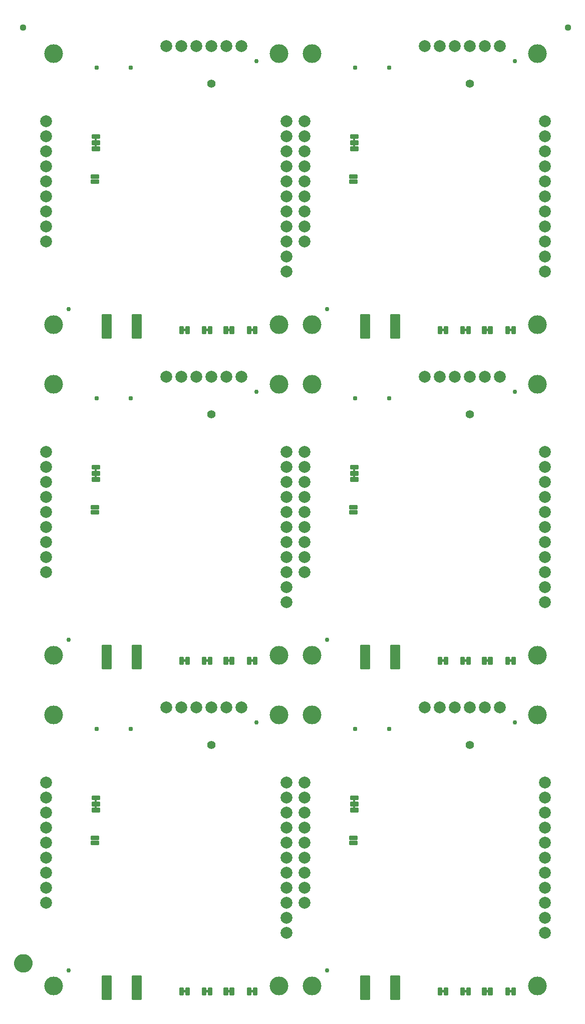
<source format=gbs>
G04 EAGLE Gerber RS-274X export*
G75*
%MOMM*%
%FSLAX34Y34*%
%LPD*%
%INSoldermask Bottom*%
%IPPOS*%
%AMOC8*
5,1,8,0,0,1.08239X$1,22.5*%
G01*
%ADD10C,0.228344*%
%ADD11C,2.006600*%
%ADD12C,0.762000*%
%ADD13C,3.175000*%
%ADD14C,0.228600*%
%ADD15C,0.777000*%
%ADD16C,0.227778*%
%ADD17C,1.397000*%
%ADD18C,1.127000*%
%ADD19C,1.270000*%
%ADD20C,1.627000*%

G36*
X534735Y1452892D02*
X534735Y1452892D01*
X534801Y1452894D01*
X534844Y1452912D01*
X534891Y1452920D01*
X534948Y1452954D01*
X535008Y1452979D01*
X535043Y1453010D01*
X535084Y1453035D01*
X535126Y1453086D01*
X535174Y1453130D01*
X535196Y1453172D01*
X535225Y1453209D01*
X535246Y1453271D01*
X535277Y1453330D01*
X535285Y1453384D01*
X535297Y1453421D01*
X535296Y1453461D01*
X535304Y1453515D01*
X535304Y1457325D01*
X535293Y1457390D01*
X535291Y1457456D01*
X535273Y1457499D01*
X535265Y1457546D01*
X535231Y1457603D01*
X535206Y1457663D01*
X535175Y1457698D01*
X535150Y1457739D01*
X535099Y1457781D01*
X535055Y1457829D01*
X535013Y1457851D01*
X534976Y1457880D01*
X534914Y1457901D01*
X534855Y1457932D01*
X534801Y1457940D01*
X534764Y1457952D01*
X534724Y1457951D01*
X534670Y1457959D01*
X532130Y1457959D01*
X532065Y1457948D01*
X531999Y1457946D01*
X531956Y1457928D01*
X531909Y1457920D01*
X531852Y1457886D01*
X531792Y1457861D01*
X531757Y1457830D01*
X531716Y1457805D01*
X531675Y1457754D01*
X531626Y1457710D01*
X531604Y1457668D01*
X531575Y1457631D01*
X531554Y1457569D01*
X531523Y1457510D01*
X531515Y1457456D01*
X531503Y1457419D01*
X531503Y1457415D01*
X531503Y1457414D01*
X531504Y1457379D01*
X531496Y1457325D01*
X531496Y1453515D01*
X531507Y1453450D01*
X531509Y1453384D01*
X531527Y1453341D01*
X531535Y1453294D01*
X531569Y1453237D01*
X531594Y1453177D01*
X531625Y1453142D01*
X531650Y1453101D01*
X531701Y1453060D01*
X531745Y1453011D01*
X531787Y1452989D01*
X531824Y1452960D01*
X531886Y1452939D01*
X531945Y1452908D01*
X531999Y1452900D01*
X532036Y1452888D01*
X532076Y1452889D01*
X532130Y1452881D01*
X534670Y1452881D01*
X534735Y1452892D01*
G37*
G36*
X97855Y1452892D02*
X97855Y1452892D01*
X97921Y1452894D01*
X97964Y1452912D01*
X98011Y1452920D01*
X98068Y1452954D01*
X98128Y1452979D01*
X98163Y1453010D01*
X98204Y1453035D01*
X98246Y1453086D01*
X98294Y1453130D01*
X98316Y1453172D01*
X98345Y1453209D01*
X98366Y1453271D01*
X98397Y1453330D01*
X98405Y1453384D01*
X98417Y1453421D01*
X98416Y1453461D01*
X98424Y1453515D01*
X98424Y1457325D01*
X98413Y1457390D01*
X98411Y1457456D01*
X98393Y1457499D01*
X98385Y1457546D01*
X98351Y1457603D01*
X98326Y1457663D01*
X98295Y1457698D01*
X98270Y1457739D01*
X98219Y1457781D01*
X98175Y1457829D01*
X98133Y1457851D01*
X98096Y1457880D01*
X98034Y1457901D01*
X97975Y1457932D01*
X97921Y1457940D01*
X97884Y1457952D01*
X97844Y1457951D01*
X97790Y1457959D01*
X95250Y1457959D01*
X95185Y1457948D01*
X95119Y1457946D01*
X95076Y1457928D01*
X95029Y1457920D01*
X94972Y1457886D01*
X94912Y1457861D01*
X94877Y1457830D01*
X94836Y1457805D01*
X94795Y1457754D01*
X94746Y1457710D01*
X94724Y1457668D01*
X94695Y1457631D01*
X94674Y1457569D01*
X94643Y1457510D01*
X94635Y1457456D01*
X94623Y1457419D01*
X94623Y1457415D01*
X94623Y1457414D01*
X94624Y1457379D01*
X94616Y1457325D01*
X94616Y1453515D01*
X94627Y1453450D01*
X94629Y1453384D01*
X94647Y1453341D01*
X94655Y1453294D01*
X94689Y1453237D01*
X94714Y1453177D01*
X94745Y1453142D01*
X94770Y1453101D01*
X94821Y1453060D01*
X94865Y1453011D01*
X94907Y1452989D01*
X94944Y1452960D01*
X95006Y1452939D01*
X95065Y1452908D01*
X95119Y1452900D01*
X95156Y1452888D01*
X95196Y1452889D01*
X95250Y1452881D01*
X97790Y1452881D01*
X97855Y1452892D01*
G37*
G36*
X534735Y1442732D02*
X534735Y1442732D01*
X534801Y1442734D01*
X534844Y1442752D01*
X534891Y1442760D01*
X534948Y1442794D01*
X535008Y1442819D01*
X535043Y1442850D01*
X535084Y1442875D01*
X535126Y1442926D01*
X535174Y1442970D01*
X535196Y1443012D01*
X535225Y1443049D01*
X535246Y1443111D01*
X535277Y1443170D01*
X535285Y1443224D01*
X535297Y1443261D01*
X535296Y1443301D01*
X535304Y1443355D01*
X535304Y1447165D01*
X535293Y1447230D01*
X535291Y1447296D01*
X535273Y1447339D01*
X535265Y1447386D01*
X535231Y1447443D01*
X535206Y1447503D01*
X535175Y1447538D01*
X535150Y1447579D01*
X535099Y1447621D01*
X535055Y1447669D01*
X535013Y1447691D01*
X534976Y1447720D01*
X534914Y1447741D01*
X534855Y1447772D01*
X534801Y1447780D01*
X534764Y1447792D01*
X534724Y1447791D01*
X534670Y1447799D01*
X532130Y1447799D01*
X532065Y1447788D01*
X531999Y1447786D01*
X531956Y1447768D01*
X531909Y1447760D01*
X531852Y1447726D01*
X531792Y1447701D01*
X531757Y1447670D01*
X531716Y1447645D01*
X531675Y1447594D01*
X531626Y1447550D01*
X531604Y1447508D01*
X531575Y1447471D01*
X531554Y1447409D01*
X531523Y1447350D01*
X531515Y1447296D01*
X531503Y1447259D01*
X531503Y1447255D01*
X531503Y1447254D01*
X531504Y1447219D01*
X531496Y1447165D01*
X531496Y1443355D01*
X531507Y1443290D01*
X531509Y1443224D01*
X531527Y1443181D01*
X531535Y1443134D01*
X531569Y1443077D01*
X531594Y1443017D01*
X531625Y1442982D01*
X531650Y1442941D01*
X531701Y1442900D01*
X531745Y1442851D01*
X531787Y1442829D01*
X531824Y1442800D01*
X531886Y1442779D01*
X531945Y1442748D01*
X531999Y1442740D01*
X532036Y1442728D01*
X532076Y1442729D01*
X532130Y1442721D01*
X534670Y1442721D01*
X534735Y1442732D01*
G37*
G36*
X97855Y1442732D02*
X97855Y1442732D01*
X97921Y1442734D01*
X97964Y1442752D01*
X98011Y1442760D01*
X98068Y1442794D01*
X98128Y1442819D01*
X98163Y1442850D01*
X98204Y1442875D01*
X98246Y1442926D01*
X98294Y1442970D01*
X98316Y1443012D01*
X98345Y1443049D01*
X98366Y1443111D01*
X98397Y1443170D01*
X98405Y1443224D01*
X98417Y1443261D01*
X98416Y1443301D01*
X98424Y1443355D01*
X98424Y1447165D01*
X98413Y1447230D01*
X98411Y1447296D01*
X98393Y1447339D01*
X98385Y1447386D01*
X98351Y1447443D01*
X98326Y1447503D01*
X98295Y1447538D01*
X98270Y1447579D01*
X98219Y1447621D01*
X98175Y1447669D01*
X98133Y1447691D01*
X98096Y1447720D01*
X98034Y1447741D01*
X97975Y1447772D01*
X97921Y1447780D01*
X97884Y1447792D01*
X97844Y1447791D01*
X97790Y1447799D01*
X95250Y1447799D01*
X95185Y1447788D01*
X95119Y1447786D01*
X95076Y1447768D01*
X95029Y1447760D01*
X94972Y1447726D01*
X94912Y1447701D01*
X94877Y1447670D01*
X94836Y1447645D01*
X94795Y1447594D01*
X94746Y1447550D01*
X94724Y1447508D01*
X94695Y1447471D01*
X94674Y1447409D01*
X94643Y1447350D01*
X94635Y1447296D01*
X94623Y1447259D01*
X94623Y1447255D01*
X94623Y1447254D01*
X94624Y1447219D01*
X94616Y1447165D01*
X94616Y1443355D01*
X94627Y1443290D01*
X94629Y1443224D01*
X94647Y1443181D01*
X94655Y1443134D01*
X94689Y1443077D01*
X94714Y1443017D01*
X94745Y1442982D01*
X94770Y1442941D01*
X94821Y1442900D01*
X94865Y1442851D01*
X94907Y1442829D01*
X94944Y1442800D01*
X95006Y1442779D01*
X95065Y1442748D01*
X95119Y1442740D01*
X95156Y1442728D01*
X95196Y1442729D01*
X95250Y1442721D01*
X97790Y1442721D01*
X97855Y1442732D01*
G37*
G36*
X97855Y894092D02*
X97855Y894092D01*
X97921Y894094D01*
X97964Y894112D01*
X98011Y894120D01*
X98068Y894154D01*
X98128Y894179D01*
X98163Y894210D01*
X98204Y894235D01*
X98246Y894286D01*
X98294Y894330D01*
X98316Y894372D01*
X98345Y894409D01*
X98366Y894471D01*
X98397Y894530D01*
X98405Y894584D01*
X98417Y894621D01*
X98416Y894661D01*
X98424Y894715D01*
X98424Y898525D01*
X98413Y898590D01*
X98411Y898656D01*
X98393Y898699D01*
X98385Y898746D01*
X98351Y898803D01*
X98326Y898863D01*
X98295Y898898D01*
X98270Y898939D01*
X98219Y898981D01*
X98175Y899029D01*
X98133Y899051D01*
X98096Y899080D01*
X98034Y899101D01*
X97975Y899132D01*
X97921Y899140D01*
X97884Y899152D01*
X97844Y899151D01*
X97790Y899159D01*
X95250Y899159D01*
X95185Y899148D01*
X95119Y899146D01*
X95076Y899128D01*
X95029Y899120D01*
X94972Y899086D01*
X94912Y899061D01*
X94877Y899030D01*
X94836Y899005D01*
X94795Y898954D01*
X94746Y898910D01*
X94724Y898868D01*
X94695Y898831D01*
X94674Y898769D01*
X94643Y898710D01*
X94635Y898656D01*
X94623Y898619D01*
X94623Y898615D01*
X94623Y898614D01*
X94624Y898579D01*
X94616Y898525D01*
X94616Y894715D01*
X94627Y894650D01*
X94629Y894584D01*
X94647Y894541D01*
X94655Y894494D01*
X94689Y894437D01*
X94714Y894377D01*
X94745Y894342D01*
X94770Y894301D01*
X94821Y894260D01*
X94865Y894211D01*
X94907Y894189D01*
X94944Y894160D01*
X95006Y894139D01*
X95065Y894108D01*
X95119Y894100D01*
X95156Y894088D01*
X95196Y894089D01*
X95250Y894081D01*
X97790Y894081D01*
X97855Y894092D01*
G37*
G36*
X534735Y894092D02*
X534735Y894092D01*
X534801Y894094D01*
X534844Y894112D01*
X534891Y894120D01*
X534948Y894154D01*
X535008Y894179D01*
X535043Y894210D01*
X535084Y894235D01*
X535126Y894286D01*
X535174Y894330D01*
X535196Y894372D01*
X535225Y894409D01*
X535246Y894471D01*
X535277Y894530D01*
X535285Y894584D01*
X535297Y894621D01*
X535296Y894661D01*
X535304Y894715D01*
X535304Y898525D01*
X535293Y898590D01*
X535291Y898656D01*
X535273Y898699D01*
X535265Y898746D01*
X535231Y898803D01*
X535206Y898863D01*
X535175Y898898D01*
X535150Y898939D01*
X535099Y898981D01*
X535055Y899029D01*
X535013Y899051D01*
X534976Y899080D01*
X534914Y899101D01*
X534855Y899132D01*
X534801Y899140D01*
X534764Y899152D01*
X534724Y899151D01*
X534670Y899159D01*
X532130Y899159D01*
X532065Y899148D01*
X531999Y899146D01*
X531956Y899128D01*
X531909Y899120D01*
X531852Y899086D01*
X531792Y899061D01*
X531757Y899030D01*
X531716Y899005D01*
X531675Y898954D01*
X531626Y898910D01*
X531604Y898868D01*
X531575Y898831D01*
X531554Y898769D01*
X531523Y898710D01*
X531515Y898656D01*
X531503Y898619D01*
X531503Y898615D01*
X531503Y898614D01*
X531504Y898579D01*
X531496Y898525D01*
X531496Y894715D01*
X531507Y894650D01*
X531509Y894584D01*
X531527Y894541D01*
X531535Y894494D01*
X531569Y894437D01*
X531594Y894377D01*
X531625Y894342D01*
X531650Y894301D01*
X531701Y894260D01*
X531745Y894211D01*
X531787Y894189D01*
X531824Y894160D01*
X531886Y894139D01*
X531945Y894108D01*
X531999Y894100D01*
X532036Y894088D01*
X532076Y894089D01*
X532130Y894081D01*
X534670Y894081D01*
X534735Y894092D01*
G37*
G36*
X97855Y883932D02*
X97855Y883932D01*
X97921Y883934D01*
X97964Y883952D01*
X98011Y883960D01*
X98068Y883994D01*
X98128Y884019D01*
X98163Y884050D01*
X98204Y884075D01*
X98246Y884126D01*
X98294Y884170D01*
X98316Y884212D01*
X98345Y884249D01*
X98366Y884311D01*
X98397Y884370D01*
X98405Y884424D01*
X98417Y884461D01*
X98416Y884501D01*
X98424Y884555D01*
X98424Y888365D01*
X98413Y888430D01*
X98411Y888496D01*
X98393Y888539D01*
X98385Y888586D01*
X98351Y888643D01*
X98326Y888703D01*
X98295Y888738D01*
X98270Y888779D01*
X98219Y888821D01*
X98175Y888869D01*
X98133Y888891D01*
X98096Y888920D01*
X98034Y888941D01*
X97975Y888972D01*
X97921Y888980D01*
X97884Y888992D01*
X97844Y888991D01*
X97790Y888999D01*
X95250Y888999D01*
X95185Y888988D01*
X95119Y888986D01*
X95076Y888968D01*
X95029Y888960D01*
X94972Y888926D01*
X94912Y888901D01*
X94877Y888870D01*
X94836Y888845D01*
X94795Y888794D01*
X94746Y888750D01*
X94724Y888708D01*
X94695Y888671D01*
X94674Y888609D01*
X94643Y888550D01*
X94635Y888496D01*
X94623Y888459D01*
X94623Y888455D01*
X94623Y888454D01*
X94624Y888419D01*
X94616Y888365D01*
X94616Y884555D01*
X94627Y884490D01*
X94629Y884424D01*
X94647Y884381D01*
X94655Y884334D01*
X94689Y884277D01*
X94714Y884217D01*
X94745Y884182D01*
X94770Y884141D01*
X94821Y884100D01*
X94865Y884051D01*
X94907Y884029D01*
X94944Y884000D01*
X95006Y883979D01*
X95065Y883948D01*
X95119Y883940D01*
X95156Y883928D01*
X95196Y883929D01*
X95250Y883921D01*
X97790Y883921D01*
X97855Y883932D01*
G37*
G36*
X534735Y883932D02*
X534735Y883932D01*
X534801Y883934D01*
X534844Y883952D01*
X534891Y883960D01*
X534948Y883994D01*
X535008Y884019D01*
X535043Y884050D01*
X535084Y884075D01*
X535126Y884126D01*
X535174Y884170D01*
X535196Y884212D01*
X535225Y884249D01*
X535246Y884311D01*
X535277Y884370D01*
X535285Y884424D01*
X535297Y884461D01*
X535296Y884501D01*
X535304Y884555D01*
X535304Y888365D01*
X535293Y888430D01*
X535291Y888496D01*
X535273Y888539D01*
X535265Y888586D01*
X535231Y888643D01*
X535206Y888703D01*
X535175Y888738D01*
X535150Y888779D01*
X535099Y888821D01*
X535055Y888869D01*
X535013Y888891D01*
X534976Y888920D01*
X534914Y888941D01*
X534855Y888972D01*
X534801Y888980D01*
X534764Y888992D01*
X534724Y888991D01*
X534670Y888999D01*
X532130Y888999D01*
X532065Y888988D01*
X531999Y888986D01*
X531956Y888968D01*
X531909Y888960D01*
X531852Y888926D01*
X531792Y888901D01*
X531757Y888870D01*
X531716Y888845D01*
X531675Y888794D01*
X531626Y888750D01*
X531604Y888708D01*
X531575Y888671D01*
X531554Y888609D01*
X531523Y888550D01*
X531515Y888496D01*
X531503Y888459D01*
X531503Y888455D01*
X531503Y888454D01*
X531504Y888419D01*
X531496Y888365D01*
X531496Y884555D01*
X531507Y884490D01*
X531509Y884424D01*
X531527Y884381D01*
X531535Y884334D01*
X531569Y884277D01*
X531594Y884217D01*
X531625Y884182D01*
X531650Y884141D01*
X531701Y884100D01*
X531745Y884051D01*
X531787Y884029D01*
X531824Y884000D01*
X531886Y883979D01*
X531945Y883948D01*
X531999Y883940D01*
X532036Y883928D01*
X532076Y883929D01*
X532130Y883921D01*
X534670Y883921D01*
X534735Y883932D01*
G37*
G36*
X534735Y335292D02*
X534735Y335292D01*
X534801Y335294D01*
X534844Y335312D01*
X534891Y335320D01*
X534948Y335354D01*
X535008Y335379D01*
X535043Y335410D01*
X535084Y335435D01*
X535126Y335486D01*
X535174Y335530D01*
X535196Y335572D01*
X535225Y335609D01*
X535246Y335671D01*
X535277Y335730D01*
X535285Y335784D01*
X535297Y335821D01*
X535296Y335861D01*
X535304Y335915D01*
X535304Y339725D01*
X535293Y339790D01*
X535291Y339856D01*
X535273Y339899D01*
X535265Y339946D01*
X535231Y340003D01*
X535206Y340063D01*
X535175Y340098D01*
X535150Y340139D01*
X535099Y340181D01*
X535055Y340229D01*
X535013Y340251D01*
X534976Y340280D01*
X534914Y340301D01*
X534855Y340332D01*
X534801Y340340D01*
X534764Y340352D01*
X534724Y340351D01*
X534670Y340359D01*
X532130Y340359D01*
X532065Y340348D01*
X531999Y340346D01*
X531956Y340328D01*
X531909Y340320D01*
X531852Y340286D01*
X531792Y340261D01*
X531757Y340230D01*
X531716Y340205D01*
X531675Y340154D01*
X531626Y340110D01*
X531604Y340068D01*
X531575Y340031D01*
X531554Y339969D01*
X531523Y339910D01*
X531515Y339856D01*
X531503Y339819D01*
X531503Y339815D01*
X531503Y339814D01*
X531504Y339779D01*
X531496Y339725D01*
X531496Y335915D01*
X531507Y335850D01*
X531509Y335784D01*
X531527Y335741D01*
X531535Y335694D01*
X531569Y335637D01*
X531594Y335577D01*
X531625Y335542D01*
X531650Y335501D01*
X531701Y335460D01*
X531745Y335411D01*
X531787Y335389D01*
X531824Y335360D01*
X531886Y335339D01*
X531945Y335308D01*
X531999Y335300D01*
X532036Y335288D01*
X532076Y335289D01*
X532130Y335281D01*
X534670Y335281D01*
X534735Y335292D01*
G37*
G36*
X97855Y335292D02*
X97855Y335292D01*
X97921Y335294D01*
X97964Y335312D01*
X98011Y335320D01*
X98068Y335354D01*
X98128Y335379D01*
X98163Y335410D01*
X98204Y335435D01*
X98246Y335486D01*
X98294Y335530D01*
X98316Y335572D01*
X98345Y335609D01*
X98366Y335671D01*
X98397Y335730D01*
X98405Y335784D01*
X98417Y335821D01*
X98416Y335861D01*
X98424Y335915D01*
X98424Y339725D01*
X98413Y339790D01*
X98411Y339856D01*
X98393Y339899D01*
X98385Y339946D01*
X98351Y340003D01*
X98326Y340063D01*
X98295Y340098D01*
X98270Y340139D01*
X98219Y340181D01*
X98175Y340229D01*
X98133Y340251D01*
X98096Y340280D01*
X98034Y340301D01*
X97975Y340332D01*
X97921Y340340D01*
X97884Y340352D01*
X97844Y340351D01*
X97790Y340359D01*
X95250Y340359D01*
X95185Y340348D01*
X95119Y340346D01*
X95076Y340328D01*
X95029Y340320D01*
X94972Y340286D01*
X94912Y340261D01*
X94877Y340230D01*
X94836Y340205D01*
X94795Y340154D01*
X94746Y340110D01*
X94724Y340068D01*
X94695Y340031D01*
X94674Y339969D01*
X94643Y339910D01*
X94635Y339856D01*
X94623Y339819D01*
X94623Y339815D01*
X94623Y339814D01*
X94624Y339779D01*
X94616Y339725D01*
X94616Y335915D01*
X94627Y335850D01*
X94629Y335784D01*
X94647Y335741D01*
X94655Y335694D01*
X94689Y335637D01*
X94714Y335577D01*
X94745Y335542D01*
X94770Y335501D01*
X94821Y335460D01*
X94865Y335411D01*
X94907Y335389D01*
X94944Y335360D01*
X95006Y335339D01*
X95065Y335308D01*
X95119Y335300D01*
X95156Y335288D01*
X95196Y335289D01*
X95250Y335281D01*
X97790Y335281D01*
X97855Y335292D01*
G37*
G36*
X97855Y325132D02*
X97855Y325132D01*
X97921Y325134D01*
X97964Y325152D01*
X98011Y325160D01*
X98068Y325194D01*
X98128Y325219D01*
X98163Y325250D01*
X98204Y325275D01*
X98246Y325326D01*
X98294Y325370D01*
X98316Y325412D01*
X98345Y325449D01*
X98366Y325511D01*
X98397Y325570D01*
X98405Y325624D01*
X98417Y325661D01*
X98416Y325701D01*
X98424Y325755D01*
X98424Y329565D01*
X98413Y329630D01*
X98411Y329696D01*
X98393Y329739D01*
X98385Y329786D01*
X98351Y329843D01*
X98326Y329903D01*
X98295Y329938D01*
X98270Y329979D01*
X98219Y330021D01*
X98175Y330069D01*
X98133Y330091D01*
X98096Y330120D01*
X98034Y330141D01*
X97975Y330172D01*
X97921Y330180D01*
X97884Y330192D01*
X97844Y330191D01*
X97790Y330199D01*
X95250Y330199D01*
X95185Y330188D01*
X95119Y330186D01*
X95076Y330168D01*
X95029Y330160D01*
X94972Y330126D01*
X94912Y330101D01*
X94877Y330070D01*
X94836Y330045D01*
X94795Y329994D01*
X94746Y329950D01*
X94724Y329908D01*
X94695Y329871D01*
X94674Y329809D01*
X94643Y329750D01*
X94635Y329696D01*
X94623Y329659D01*
X94623Y329655D01*
X94623Y329654D01*
X94624Y329619D01*
X94616Y329565D01*
X94616Y325755D01*
X94627Y325690D01*
X94629Y325624D01*
X94647Y325581D01*
X94655Y325534D01*
X94689Y325477D01*
X94714Y325417D01*
X94745Y325382D01*
X94770Y325341D01*
X94821Y325300D01*
X94865Y325251D01*
X94907Y325229D01*
X94944Y325200D01*
X95006Y325179D01*
X95065Y325148D01*
X95119Y325140D01*
X95156Y325128D01*
X95196Y325129D01*
X95250Y325121D01*
X97790Y325121D01*
X97855Y325132D01*
G37*
G36*
X534735Y325132D02*
X534735Y325132D01*
X534801Y325134D01*
X534844Y325152D01*
X534891Y325160D01*
X534948Y325194D01*
X535008Y325219D01*
X535043Y325250D01*
X535084Y325275D01*
X535126Y325326D01*
X535174Y325370D01*
X535196Y325412D01*
X535225Y325449D01*
X535246Y325511D01*
X535277Y325570D01*
X535285Y325624D01*
X535297Y325661D01*
X535296Y325701D01*
X535304Y325755D01*
X535304Y329565D01*
X535293Y329630D01*
X535291Y329696D01*
X535273Y329739D01*
X535265Y329786D01*
X535231Y329843D01*
X535206Y329903D01*
X535175Y329938D01*
X535150Y329979D01*
X535099Y330021D01*
X535055Y330069D01*
X535013Y330091D01*
X534976Y330120D01*
X534914Y330141D01*
X534855Y330172D01*
X534801Y330180D01*
X534764Y330192D01*
X534724Y330191D01*
X534670Y330199D01*
X532130Y330199D01*
X532065Y330188D01*
X531999Y330186D01*
X531956Y330168D01*
X531909Y330160D01*
X531852Y330126D01*
X531792Y330101D01*
X531757Y330070D01*
X531716Y330045D01*
X531675Y329994D01*
X531626Y329950D01*
X531604Y329908D01*
X531575Y329871D01*
X531554Y329809D01*
X531523Y329750D01*
X531515Y329696D01*
X531503Y329659D01*
X531503Y329655D01*
X531503Y329654D01*
X531504Y329619D01*
X531496Y329565D01*
X531496Y325755D01*
X531507Y325690D01*
X531509Y325624D01*
X531527Y325581D01*
X531535Y325534D01*
X531569Y325477D01*
X531594Y325417D01*
X531625Y325382D01*
X531650Y325341D01*
X531701Y325300D01*
X531745Y325251D01*
X531787Y325229D01*
X531824Y325200D01*
X531886Y325179D01*
X531945Y325148D01*
X531999Y325140D01*
X532036Y325128D01*
X532076Y325129D01*
X532130Y325121D01*
X534670Y325121D01*
X534735Y325132D01*
G37*
G36*
X323280Y1131709D02*
X323280Y1131709D01*
X323346Y1131711D01*
X323389Y1131729D01*
X323436Y1131737D01*
X323493Y1131771D01*
X323553Y1131796D01*
X323588Y1131827D01*
X323629Y1131852D01*
X323671Y1131903D01*
X323719Y1131947D01*
X323741Y1131989D01*
X323770Y1132026D01*
X323791Y1132088D01*
X323822Y1132147D01*
X323830Y1132201D01*
X323842Y1132238D01*
X323841Y1132278D01*
X323849Y1132332D01*
X323849Y1134872D01*
X323838Y1134937D01*
X323836Y1135003D01*
X323818Y1135046D01*
X323810Y1135093D01*
X323776Y1135150D01*
X323751Y1135210D01*
X323720Y1135245D01*
X323695Y1135286D01*
X323644Y1135328D01*
X323600Y1135376D01*
X323558Y1135398D01*
X323521Y1135427D01*
X323459Y1135448D01*
X323400Y1135479D01*
X323346Y1135487D01*
X323309Y1135499D01*
X323269Y1135498D01*
X323215Y1135506D01*
X319405Y1135506D01*
X319340Y1135495D01*
X319274Y1135493D01*
X319231Y1135475D01*
X319184Y1135467D01*
X319127Y1135433D01*
X319067Y1135408D01*
X319032Y1135377D01*
X318991Y1135352D01*
X318950Y1135301D01*
X318901Y1135257D01*
X318879Y1135215D01*
X318850Y1135178D01*
X318829Y1135116D01*
X318798Y1135057D01*
X318790Y1135003D01*
X318778Y1134966D01*
X318778Y1134963D01*
X318779Y1134926D01*
X318771Y1134872D01*
X318771Y1132332D01*
X318782Y1132267D01*
X318784Y1132201D01*
X318802Y1132158D01*
X318810Y1132111D01*
X318844Y1132054D01*
X318869Y1131994D01*
X318900Y1131959D01*
X318925Y1131918D01*
X318976Y1131877D01*
X319020Y1131828D01*
X319062Y1131806D01*
X319099Y1131777D01*
X319161Y1131756D01*
X319220Y1131725D01*
X319274Y1131717D01*
X319311Y1131705D01*
X319351Y1131706D01*
X319405Y1131698D01*
X323215Y1131698D01*
X323280Y1131709D01*
G37*
G36*
X248350Y1131709D02*
X248350Y1131709D01*
X248416Y1131711D01*
X248459Y1131729D01*
X248506Y1131737D01*
X248563Y1131771D01*
X248623Y1131796D01*
X248658Y1131827D01*
X248699Y1131852D01*
X248741Y1131903D01*
X248789Y1131947D01*
X248811Y1131989D01*
X248840Y1132026D01*
X248861Y1132088D01*
X248892Y1132147D01*
X248900Y1132201D01*
X248912Y1132238D01*
X248911Y1132278D01*
X248919Y1132332D01*
X248919Y1134872D01*
X248908Y1134937D01*
X248906Y1135003D01*
X248888Y1135046D01*
X248880Y1135093D01*
X248846Y1135150D01*
X248821Y1135210D01*
X248790Y1135245D01*
X248765Y1135286D01*
X248714Y1135328D01*
X248670Y1135376D01*
X248628Y1135398D01*
X248591Y1135427D01*
X248529Y1135448D01*
X248470Y1135479D01*
X248416Y1135487D01*
X248379Y1135499D01*
X248339Y1135498D01*
X248285Y1135506D01*
X244475Y1135506D01*
X244410Y1135495D01*
X244344Y1135493D01*
X244301Y1135475D01*
X244254Y1135467D01*
X244197Y1135433D01*
X244137Y1135408D01*
X244102Y1135377D01*
X244061Y1135352D01*
X244020Y1135301D01*
X243971Y1135257D01*
X243949Y1135215D01*
X243920Y1135178D01*
X243899Y1135116D01*
X243868Y1135057D01*
X243860Y1135003D01*
X243848Y1134966D01*
X243848Y1134963D01*
X243849Y1134926D01*
X243841Y1134872D01*
X243841Y1132332D01*
X243852Y1132267D01*
X243854Y1132201D01*
X243872Y1132158D01*
X243880Y1132111D01*
X243914Y1132054D01*
X243939Y1131994D01*
X243970Y1131959D01*
X243995Y1131918D01*
X244046Y1131877D01*
X244090Y1131828D01*
X244132Y1131806D01*
X244169Y1131777D01*
X244231Y1131756D01*
X244290Y1131725D01*
X244344Y1131717D01*
X244381Y1131705D01*
X244421Y1131706D01*
X244475Y1131698D01*
X248285Y1131698D01*
X248350Y1131709D01*
G37*
G36*
X362650Y1131709D02*
X362650Y1131709D01*
X362716Y1131711D01*
X362759Y1131729D01*
X362806Y1131737D01*
X362863Y1131771D01*
X362923Y1131796D01*
X362958Y1131827D01*
X362999Y1131852D01*
X363041Y1131903D01*
X363089Y1131947D01*
X363111Y1131989D01*
X363140Y1132026D01*
X363161Y1132088D01*
X363192Y1132147D01*
X363200Y1132201D01*
X363212Y1132238D01*
X363211Y1132278D01*
X363219Y1132332D01*
X363219Y1134872D01*
X363208Y1134937D01*
X363206Y1135003D01*
X363188Y1135046D01*
X363180Y1135093D01*
X363146Y1135150D01*
X363121Y1135210D01*
X363090Y1135245D01*
X363065Y1135286D01*
X363014Y1135328D01*
X362970Y1135376D01*
X362928Y1135398D01*
X362891Y1135427D01*
X362829Y1135448D01*
X362770Y1135479D01*
X362716Y1135487D01*
X362679Y1135499D01*
X362639Y1135498D01*
X362585Y1135506D01*
X358775Y1135506D01*
X358710Y1135495D01*
X358644Y1135493D01*
X358601Y1135475D01*
X358554Y1135467D01*
X358497Y1135433D01*
X358437Y1135408D01*
X358402Y1135377D01*
X358361Y1135352D01*
X358320Y1135301D01*
X358271Y1135257D01*
X358249Y1135215D01*
X358220Y1135178D01*
X358199Y1135116D01*
X358168Y1135057D01*
X358160Y1135003D01*
X358148Y1134966D01*
X358148Y1134963D01*
X358149Y1134926D01*
X358141Y1134872D01*
X358141Y1132332D01*
X358152Y1132267D01*
X358154Y1132201D01*
X358172Y1132158D01*
X358180Y1132111D01*
X358214Y1132054D01*
X358239Y1131994D01*
X358270Y1131959D01*
X358295Y1131918D01*
X358346Y1131877D01*
X358390Y1131828D01*
X358432Y1131806D01*
X358469Y1131777D01*
X358531Y1131756D01*
X358590Y1131725D01*
X358644Y1131717D01*
X358681Y1131705D01*
X358721Y1131706D01*
X358775Y1131698D01*
X362585Y1131698D01*
X362650Y1131709D01*
G37*
G36*
X286450Y1131709D02*
X286450Y1131709D01*
X286516Y1131711D01*
X286559Y1131729D01*
X286606Y1131737D01*
X286663Y1131771D01*
X286723Y1131796D01*
X286758Y1131827D01*
X286799Y1131852D01*
X286841Y1131903D01*
X286889Y1131947D01*
X286911Y1131989D01*
X286940Y1132026D01*
X286961Y1132088D01*
X286992Y1132147D01*
X287000Y1132201D01*
X287012Y1132238D01*
X287011Y1132278D01*
X287019Y1132332D01*
X287019Y1134872D01*
X287008Y1134937D01*
X287006Y1135003D01*
X286988Y1135046D01*
X286980Y1135093D01*
X286946Y1135150D01*
X286921Y1135210D01*
X286890Y1135245D01*
X286865Y1135286D01*
X286814Y1135328D01*
X286770Y1135376D01*
X286728Y1135398D01*
X286691Y1135427D01*
X286629Y1135448D01*
X286570Y1135479D01*
X286516Y1135487D01*
X286479Y1135499D01*
X286439Y1135498D01*
X286385Y1135506D01*
X282575Y1135506D01*
X282510Y1135495D01*
X282444Y1135493D01*
X282401Y1135475D01*
X282354Y1135467D01*
X282297Y1135433D01*
X282237Y1135408D01*
X282202Y1135377D01*
X282161Y1135352D01*
X282120Y1135301D01*
X282071Y1135257D01*
X282049Y1135215D01*
X282020Y1135178D01*
X281999Y1135116D01*
X281968Y1135057D01*
X281960Y1135003D01*
X281948Y1134966D01*
X281948Y1134963D01*
X281949Y1134926D01*
X281941Y1134872D01*
X281941Y1132332D01*
X281952Y1132267D01*
X281954Y1132201D01*
X281972Y1132158D01*
X281980Y1132111D01*
X282014Y1132054D01*
X282039Y1131994D01*
X282070Y1131959D01*
X282095Y1131918D01*
X282146Y1131877D01*
X282190Y1131828D01*
X282232Y1131806D01*
X282269Y1131777D01*
X282331Y1131756D01*
X282390Y1131725D01*
X282444Y1131717D01*
X282481Y1131705D01*
X282521Y1131706D01*
X282575Y1131698D01*
X286385Y1131698D01*
X286450Y1131709D01*
G37*
G36*
X362650Y572909D02*
X362650Y572909D01*
X362716Y572911D01*
X362759Y572929D01*
X362806Y572937D01*
X362863Y572971D01*
X362923Y572996D01*
X362958Y573027D01*
X362999Y573052D01*
X363041Y573103D01*
X363089Y573147D01*
X363111Y573189D01*
X363140Y573226D01*
X363161Y573288D01*
X363192Y573347D01*
X363200Y573401D01*
X363212Y573438D01*
X363211Y573478D01*
X363219Y573532D01*
X363219Y576072D01*
X363208Y576137D01*
X363206Y576203D01*
X363188Y576246D01*
X363180Y576293D01*
X363146Y576350D01*
X363121Y576410D01*
X363090Y576445D01*
X363065Y576486D01*
X363014Y576528D01*
X362970Y576576D01*
X362928Y576598D01*
X362891Y576627D01*
X362829Y576648D01*
X362770Y576679D01*
X362716Y576687D01*
X362679Y576699D01*
X362639Y576698D01*
X362585Y576706D01*
X358775Y576706D01*
X358710Y576695D01*
X358644Y576693D01*
X358601Y576675D01*
X358554Y576667D01*
X358497Y576633D01*
X358437Y576608D01*
X358402Y576577D01*
X358361Y576552D01*
X358320Y576501D01*
X358271Y576457D01*
X358249Y576415D01*
X358220Y576378D01*
X358199Y576316D01*
X358168Y576257D01*
X358160Y576203D01*
X358148Y576166D01*
X358148Y576163D01*
X358149Y576126D01*
X358141Y576072D01*
X358141Y573532D01*
X358152Y573467D01*
X358154Y573401D01*
X358172Y573358D01*
X358180Y573311D01*
X358214Y573254D01*
X358239Y573194D01*
X358270Y573159D01*
X358295Y573118D01*
X358346Y573077D01*
X358390Y573028D01*
X358432Y573006D01*
X358469Y572977D01*
X358531Y572956D01*
X358590Y572925D01*
X358644Y572917D01*
X358681Y572905D01*
X358721Y572906D01*
X358775Y572898D01*
X362585Y572898D01*
X362650Y572909D01*
G37*
G36*
X323280Y572909D02*
X323280Y572909D01*
X323346Y572911D01*
X323389Y572929D01*
X323436Y572937D01*
X323493Y572971D01*
X323553Y572996D01*
X323588Y573027D01*
X323629Y573052D01*
X323671Y573103D01*
X323719Y573147D01*
X323741Y573189D01*
X323770Y573226D01*
X323791Y573288D01*
X323822Y573347D01*
X323830Y573401D01*
X323842Y573438D01*
X323841Y573478D01*
X323849Y573532D01*
X323849Y576072D01*
X323838Y576137D01*
X323836Y576203D01*
X323818Y576246D01*
X323810Y576293D01*
X323776Y576350D01*
X323751Y576410D01*
X323720Y576445D01*
X323695Y576486D01*
X323644Y576528D01*
X323600Y576576D01*
X323558Y576598D01*
X323521Y576627D01*
X323459Y576648D01*
X323400Y576679D01*
X323346Y576687D01*
X323309Y576699D01*
X323269Y576698D01*
X323215Y576706D01*
X319405Y576706D01*
X319340Y576695D01*
X319274Y576693D01*
X319231Y576675D01*
X319184Y576667D01*
X319127Y576633D01*
X319067Y576608D01*
X319032Y576577D01*
X318991Y576552D01*
X318950Y576501D01*
X318901Y576457D01*
X318879Y576415D01*
X318850Y576378D01*
X318829Y576316D01*
X318798Y576257D01*
X318790Y576203D01*
X318778Y576166D01*
X318778Y576163D01*
X318779Y576126D01*
X318771Y576072D01*
X318771Y573532D01*
X318782Y573467D01*
X318784Y573401D01*
X318802Y573358D01*
X318810Y573311D01*
X318844Y573254D01*
X318869Y573194D01*
X318900Y573159D01*
X318925Y573118D01*
X318976Y573077D01*
X319020Y573028D01*
X319062Y573006D01*
X319099Y572977D01*
X319161Y572956D01*
X319220Y572925D01*
X319274Y572917D01*
X319311Y572905D01*
X319351Y572906D01*
X319405Y572898D01*
X323215Y572898D01*
X323280Y572909D01*
G37*
G36*
X723330Y572909D02*
X723330Y572909D01*
X723396Y572911D01*
X723439Y572929D01*
X723486Y572937D01*
X723543Y572971D01*
X723603Y572996D01*
X723638Y573027D01*
X723679Y573052D01*
X723721Y573103D01*
X723769Y573147D01*
X723791Y573189D01*
X723820Y573226D01*
X723841Y573288D01*
X723872Y573347D01*
X723880Y573401D01*
X723892Y573438D01*
X723891Y573478D01*
X723899Y573532D01*
X723899Y576072D01*
X723888Y576137D01*
X723886Y576203D01*
X723868Y576246D01*
X723860Y576293D01*
X723826Y576350D01*
X723801Y576410D01*
X723770Y576445D01*
X723745Y576486D01*
X723694Y576528D01*
X723650Y576576D01*
X723608Y576598D01*
X723571Y576627D01*
X723509Y576648D01*
X723450Y576679D01*
X723396Y576687D01*
X723359Y576699D01*
X723319Y576698D01*
X723265Y576706D01*
X719455Y576706D01*
X719390Y576695D01*
X719324Y576693D01*
X719281Y576675D01*
X719234Y576667D01*
X719177Y576633D01*
X719117Y576608D01*
X719082Y576577D01*
X719041Y576552D01*
X719000Y576501D01*
X718951Y576457D01*
X718929Y576415D01*
X718900Y576378D01*
X718879Y576316D01*
X718848Y576257D01*
X718840Y576203D01*
X718828Y576166D01*
X718828Y576163D01*
X718829Y576126D01*
X718821Y576072D01*
X718821Y573532D01*
X718832Y573467D01*
X718834Y573401D01*
X718852Y573358D01*
X718860Y573311D01*
X718894Y573254D01*
X718919Y573194D01*
X718950Y573159D01*
X718975Y573118D01*
X719026Y573077D01*
X719070Y573028D01*
X719112Y573006D01*
X719149Y572977D01*
X719211Y572956D01*
X719270Y572925D01*
X719324Y572917D01*
X719361Y572905D01*
X719401Y572906D01*
X719455Y572898D01*
X723265Y572898D01*
X723330Y572909D01*
G37*
G36*
X248350Y572909D02*
X248350Y572909D01*
X248416Y572911D01*
X248459Y572929D01*
X248506Y572937D01*
X248563Y572971D01*
X248623Y572996D01*
X248658Y573027D01*
X248699Y573052D01*
X248741Y573103D01*
X248789Y573147D01*
X248811Y573189D01*
X248840Y573226D01*
X248861Y573288D01*
X248892Y573347D01*
X248900Y573401D01*
X248912Y573438D01*
X248911Y573478D01*
X248919Y573532D01*
X248919Y576072D01*
X248908Y576137D01*
X248906Y576203D01*
X248888Y576246D01*
X248880Y576293D01*
X248846Y576350D01*
X248821Y576410D01*
X248790Y576445D01*
X248765Y576486D01*
X248714Y576528D01*
X248670Y576576D01*
X248628Y576598D01*
X248591Y576627D01*
X248529Y576648D01*
X248470Y576679D01*
X248416Y576687D01*
X248379Y576699D01*
X248339Y576698D01*
X248285Y576706D01*
X244475Y576706D01*
X244410Y576695D01*
X244344Y576693D01*
X244301Y576675D01*
X244254Y576667D01*
X244197Y576633D01*
X244137Y576608D01*
X244102Y576577D01*
X244061Y576552D01*
X244020Y576501D01*
X243971Y576457D01*
X243949Y576415D01*
X243920Y576378D01*
X243899Y576316D01*
X243868Y576257D01*
X243860Y576203D01*
X243848Y576166D01*
X243848Y576163D01*
X243849Y576126D01*
X243841Y576072D01*
X243841Y573532D01*
X243852Y573467D01*
X243854Y573401D01*
X243872Y573358D01*
X243880Y573311D01*
X243914Y573254D01*
X243939Y573194D01*
X243970Y573159D01*
X243995Y573118D01*
X244046Y573077D01*
X244090Y573028D01*
X244132Y573006D01*
X244169Y572977D01*
X244231Y572956D01*
X244290Y572925D01*
X244344Y572917D01*
X244381Y572905D01*
X244421Y572906D01*
X244475Y572898D01*
X248285Y572898D01*
X248350Y572909D01*
G37*
G36*
X286450Y572909D02*
X286450Y572909D01*
X286516Y572911D01*
X286559Y572929D01*
X286606Y572937D01*
X286663Y572971D01*
X286723Y572996D01*
X286758Y573027D01*
X286799Y573052D01*
X286841Y573103D01*
X286889Y573147D01*
X286911Y573189D01*
X286940Y573226D01*
X286961Y573288D01*
X286992Y573347D01*
X287000Y573401D01*
X287012Y573438D01*
X287011Y573478D01*
X287019Y573532D01*
X287019Y576072D01*
X287008Y576137D01*
X287006Y576203D01*
X286988Y576246D01*
X286980Y576293D01*
X286946Y576350D01*
X286921Y576410D01*
X286890Y576445D01*
X286865Y576486D01*
X286814Y576528D01*
X286770Y576576D01*
X286728Y576598D01*
X286691Y576627D01*
X286629Y576648D01*
X286570Y576679D01*
X286516Y576687D01*
X286479Y576699D01*
X286439Y576698D01*
X286385Y576706D01*
X282575Y576706D01*
X282510Y576695D01*
X282444Y576693D01*
X282401Y576675D01*
X282354Y576667D01*
X282297Y576633D01*
X282237Y576608D01*
X282202Y576577D01*
X282161Y576552D01*
X282120Y576501D01*
X282071Y576457D01*
X282049Y576415D01*
X282020Y576378D01*
X281999Y576316D01*
X281968Y576257D01*
X281960Y576203D01*
X281948Y576166D01*
X281948Y576163D01*
X281949Y576126D01*
X281941Y576072D01*
X281941Y573532D01*
X281952Y573467D01*
X281954Y573401D01*
X281972Y573358D01*
X281980Y573311D01*
X282014Y573254D01*
X282039Y573194D01*
X282070Y573159D01*
X282095Y573118D01*
X282146Y573077D01*
X282190Y573028D01*
X282232Y573006D01*
X282269Y572977D01*
X282331Y572956D01*
X282390Y572925D01*
X282444Y572917D01*
X282481Y572905D01*
X282521Y572906D01*
X282575Y572898D01*
X286385Y572898D01*
X286450Y572909D01*
G37*
G36*
X799530Y572909D02*
X799530Y572909D01*
X799596Y572911D01*
X799639Y572929D01*
X799686Y572937D01*
X799743Y572971D01*
X799803Y572996D01*
X799838Y573027D01*
X799879Y573052D01*
X799921Y573103D01*
X799969Y573147D01*
X799991Y573189D01*
X800020Y573226D01*
X800041Y573288D01*
X800072Y573347D01*
X800080Y573401D01*
X800092Y573438D01*
X800091Y573478D01*
X800099Y573532D01*
X800099Y576072D01*
X800088Y576137D01*
X800086Y576203D01*
X800068Y576246D01*
X800060Y576293D01*
X800026Y576350D01*
X800001Y576410D01*
X799970Y576445D01*
X799945Y576486D01*
X799894Y576528D01*
X799850Y576576D01*
X799808Y576598D01*
X799771Y576627D01*
X799709Y576648D01*
X799650Y576679D01*
X799596Y576687D01*
X799559Y576699D01*
X799519Y576698D01*
X799465Y576706D01*
X795655Y576706D01*
X795590Y576695D01*
X795524Y576693D01*
X795481Y576675D01*
X795434Y576667D01*
X795377Y576633D01*
X795317Y576608D01*
X795282Y576577D01*
X795241Y576552D01*
X795200Y576501D01*
X795151Y576457D01*
X795129Y576415D01*
X795100Y576378D01*
X795079Y576316D01*
X795048Y576257D01*
X795040Y576203D01*
X795028Y576166D01*
X795028Y576163D01*
X795029Y576126D01*
X795021Y576072D01*
X795021Y573532D01*
X795032Y573467D01*
X795034Y573401D01*
X795052Y573358D01*
X795060Y573311D01*
X795094Y573254D01*
X795119Y573194D01*
X795150Y573159D01*
X795175Y573118D01*
X795226Y573077D01*
X795270Y573028D01*
X795312Y573006D01*
X795349Y572977D01*
X795411Y572956D01*
X795470Y572925D01*
X795524Y572917D01*
X795561Y572905D01*
X795601Y572906D01*
X795655Y572898D01*
X799465Y572898D01*
X799530Y572909D01*
G37*
G36*
X760160Y572909D02*
X760160Y572909D01*
X760226Y572911D01*
X760269Y572929D01*
X760316Y572937D01*
X760373Y572971D01*
X760433Y572996D01*
X760468Y573027D01*
X760509Y573052D01*
X760551Y573103D01*
X760599Y573147D01*
X760621Y573189D01*
X760650Y573226D01*
X760671Y573288D01*
X760702Y573347D01*
X760710Y573401D01*
X760722Y573438D01*
X760721Y573478D01*
X760729Y573532D01*
X760729Y576072D01*
X760718Y576137D01*
X760716Y576203D01*
X760698Y576246D01*
X760690Y576293D01*
X760656Y576350D01*
X760631Y576410D01*
X760600Y576445D01*
X760575Y576486D01*
X760524Y576528D01*
X760480Y576576D01*
X760438Y576598D01*
X760401Y576627D01*
X760339Y576648D01*
X760280Y576679D01*
X760226Y576687D01*
X760189Y576699D01*
X760149Y576698D01*
X760095Y576706D01*
X756285Y576706D01*
X756220Y576695D01*
X756154Y576693D01*
X756111Y576675D01*
X756064Y576667D01*
X756007Y576633D01*
X755947Y576608D01*
X755912Y576577D01*
X755871Y576552D01*
X755830Y576501D01*
X755781Y576457D01*
X755759Y576415D01*
X755730Y576378D01*
X755709Y576316D01*
X755678Y576257D01*
X755670Y576203D01*
X755658Y576166D01*
X755658Y576163D01*
X755659Y576126D01*
X755651Y576072D01*
X755651Y573532D01*
X755662Y573467D01*
X755664Y573401D01*
X755682Y573358D01*
X755690Y573311D01*
X755724Y573254D01*
X755749Y573194D01*
X755780Y573159D01*
X755805Y573118D01*
X755856Y573077D01*
X755900Y573028D01*
X755942Y573006D01*
X755979Y572977D01*
X756041Y572956D01*
X756100Y572925D01*
X756154Y572917D01*
X756191Y572905D01*
X756231Y572906D01*
X756285Y572898D01*
X760095Y572898D01*
X760160Y572909D01*
G37*
G36*
X685230Y572909D02*
X685230Y572909D01*
X685296Y572911D01*
X685339Y572929D01*
X685386Y572937D01*
X685443Y572971D01*
X685503Y572996D01*
X685538Y573027D01*
X685579Y573052D01*
X685621Y573103D01*
X685669Y573147D01*
X685691Y573189D01*
X685720Y573226D01*
X685741Y573288D01*
X685772Y573347D01*
X685780Y573401D01*
X685792Y573438D01*
X685791Y573478D01*
X685799Y573532D01*
X685799Y576072D01*
X685788Y576137D01*
X685786Y576203D01*
X685768Y576246D01*
X685760Y576293D01*
X685726Y576350D01*
X685701Y576410D01*
X685670Y576445D01*
X685645Y576486D01*
X685594Y576528D01*
X685550Y576576D01*
X685508Y576598D01*
X685471Y576627D01*
X685409Y576648D01*
X685350Y576679D01*
X685296Y576687D01*
X685259Y576699D01*
X685219Y576698D01*
X685165Y576706D01*
X681355Y576706D01*
X681290Y576695D01*
X681224Y576693D01*
X681181Y576675D01*
X681134Y576667D01*
X681077Y576633D01*
X681017Y576608D01*
X680982Y576577D01*
X680941Y576552D01*
X680900Y576501D01*
X680851Y576457D01*
X680829Y576415D01*
X680800Y576378D01*
X680779Y576316D01*
X680748Y576257D01*
X680740Y576203D01*
X680728Y576166D01*
X680728Y576163D01*
X680729Y576126D01*
X680721Y576072D01*
X680721Y573532D01*
X680732Y573467D01*
X680734Y573401D01*
X680752Y573358D01*
X680760Y573311D01*
X680794Y573254D01*
X680819Y573194D01*
X680850Y573159D01*
X680875Y573118D01*
X680926Y573077D01*
X680970Y573028D01*
X681012Y573006D01*
X681049Y572977D01*
X681111Y572956D01*
X681170Y572925D01*
X681224Y572917D01*
X681261Y572905D01*
X681301Y572906D01*
X681355Y572898D01*
X685165Y572898D01*
X685230Y572909D01*
G37*
G36*
X799530Y1131709D02*
X799530Y1131709D01*
X799596Y1131711D01*
X799639Y1131729D01*
X799686Y1131737D01*
X799743Y1131771D01*
X799803Y1131796D01*
X799838Y1131827D01*
X799879Y1131852D01*
X799921Y1131903D01*
X799969Y1131947D01*
X799991Y1131989D01*
X800020Y1132026D01*
X800041Y1132088D01*
X800072Y1132147D01*
X800080Y1132201D01*
X800092Y1132238D01*
X800091Y1132278D01*
X800099Y1132332D01*
X800099Y1134872D01*
X800088Y1134937D01*
X800086Y1135003D01*
X800068Y1135046D01*
X800060Y1135093D01*
X800026Y1135150D01*
X800001Y1135210D01*
X799970Y1135245D01*
X799945Y1135286D01*
X799894Y1135328D01*
X799850Y1135376D01*
X799808Y1135398D01*
X799771Y1135427D01*
X799709Y1135448D01*
X799650Y1135479D01*
X799596Y1135487D01*
X799559Y1135499D01*
X799519Y1135498D01*
X799465Y1135506D01*
X795655Y1135506D01*
X795590Y1135495D01*
X795524Y1135493D01*
X795481Y1135475D01*
X795434Y1135467D01*
X795377Y1135433D01*
X795317Y1135408D01*
X795282Y1135377D01*
X795241Y1135352D01*
X795200Y1135301D01*
X795151Y1135257D01*
X795129Y1135215D01*
X795100Y1135178D01*
X795079Y1135116D01*
X795048Y1135057D01*
X795040Y1135003D01*
X795028Y1134966D01*
X795028Y1134963D01*
X795029Y1134926D01*
X795021Y1134872D01*
X795021Y1132332D01*
X795032Y1132267D01*
X795034Y1132201D01*
X795052Y1132158D01*
X795060Y1132111D01*
X795094Y1132054D01*
X795119Y1131994D01*
X795150Y1131959D01*
X795175Y1131918D01*
X795226Y1131877D01*
X795270Y1131828D01*
X795312Y1131806D01*
X795349Y1131777D01*
X795411Y1131756D01*
X795470Y1131725D01*
X795524Y1131717D01*
X795561Y1131705D01*
X795601Y1131706D01*
X795655Y1131698D01*
X799465Y1131698D01*
X799530Y1131709D01*
G37*
G36*
X685230Y1131709D02*
X685230Y1131709D01*
X685296Y1131711D01*
X685339Y1131729D01*
X685386Y1131737D01*
X685443Y1131771D01*
X685503Y1131796D01*
X685538Y1131827D01*
X685579Y1131852D01*
X685621Y1131903D01*
X685669Y1131947D01*
X685691Y1131989D01*
X685720Y1132026D01*
X685741Y1132088D01*
X685772Y1132147D01*
X685780Y1132201D01*
X685792Y1132238D01*
X685791Y1132278D01*
X685799Y1132332D01*
X685799Y1134872D01*
X685788Y1134937D01*
X685786Y1135003D01*
X685768Y1135046D01*
X685760Y1135093D01*
X685726Y1135150D01*
X685701Y1135210D01*
X685670Y1135245D01*
X685645Y1135286D01*
X685594Y1135328D01*
X685550Y1135376D01*
X685508Y1135398D01*
X685471Y1135427D01*
X685409Y1135448D01*
X685350Y1135479D01*
X685296Y1135487D01*
X685259Y1135499D01*
X685219Y1135498D01*
X685165Y1135506D01*
X681355Y1135506D01*
X681290Y1135495D01*
X681224Y1135493D01*
X681181Y1135475D01*
X681134Y1135467D01*
X681077Y1135433D01*
X681017Y1135408D01*
X680982Y1135377D01*
X680941Y1135352D01*
X680900Y1135301D01*
X680851Y1135257D01*
X680829Y1135215D01*
X680800Y1135178D01*
X680779Y1135116D01*
X680748Y1135057D01*
X680740Y1135003D01*
X680728Y1134966D01*
X680728Y1134963D01*
X680729Y1134926D01*
X680721Y1134872D01*
X680721Y1132332D01*
X680732Y1132267D01*
X680734Y1132201D01*
X680752Y1132158D01*
X680760Y1132111D01*
X680794Y1132054D01*
X680819Y1131994D01*
X680850Y1131959D01*
X680875Y1131918D01*
X680926Y1131877D01*
X680970Y1131828D01*
X681012Y1131806D01*
X681049Y1131777D01*
X681111Y1131756D01*
X681170Y1131725D01*
X681224Y1131717D01*
X681261Y1131705D01*
X681301Y1131706D01*
X681355Y1131698D01*
X685165Y1131698D01*
X685230Y1131709D01*
G37*
G36*
X723330Y1131709D02*
X723330Y1131709D01*
X723396Y1131711D01*
X723439Y1131729D01*
X723486Y1131737D01*
X723543Y1131771D01*
X723603Y1131796D01*
X723638Y1131827D01*
X723679Y1131852D01*
X723721Y1131903D01*
X723769Y1131947D01*
X723791Y1131989D01*
X723820Y1132026D01*
X723841Y1132088D01*
X723872Y1132147D01*
X723880Y1132201D01*
X723892Y1132238D01*
X723891Y1132278D01*
X723899Y1132332D01*
X723899Y1134872D01*
X723888Y1134937D01*
X723886Y1135003D01*
X723868Y1135046D01*
X723860Y1135093D01*
X723826Y1135150D01*
X723801Y1135210D01*
X723770Y1135245D01*
X723745Y1135286D01*
X723694Y1135328D01*
X723650Y1135376D01*
X723608Y1135398D01*
X723571Y1135427D01*
X723509Y1135448D01*
X723450Y1135479D01*
X723396Y1135487D01*
X723359Y1135499D01*
X723319Y1135498D01*
X723265Y1135506D01*
X719455Y1135506D01*
X719390Y1135495D01*
X719324Y1135493D01*
X719281Y1135475D01*
X719234Y1135467D01*
X719177Y1135433D01*
X719117Y1135408D01*
X719082Y1135377D01*
X719041Y1135352D01*
X719000Y1135301D01*
X718951Y1135257D01*
X718929Y1135215D01*
X718900Y1135178D01*
X718879Y1135116D01*
X718848Y1135057D01*
X718840Y1135003D01*
X718828Y1134966D01*
X718828Y1134963D01*
X718829Y1134926D01*
X718821Y1134872D01*
X718821Y1132332D01*
X718832Y1132267D01*
X718834Y1132201D01*
X718852Y1132158D01*
X718860Y1132111D01*
X718894Y1132054D01*
X718919Y1131994D01*
X718950Y1131959D01*
X718975Y1131918D01*
X719026Y1131877D01*
X719070Y1131828D01*
X719112Y1131806D01*
X719149Y1131777D01*
X719211Y1131756D01*
X719270Y1131725D01*
X719324Y1131717D01*
X719361Y1131705D01*
X719401Y1131706D01*
X719455Y1131698D01*
X723265Y1131698D01*
X723330Y1131709D01*
G37*
G36*
X760160Y1131709D02*
X760160Y1131709D01*
X760226Y1131711D01*
X760269Y1131729D01*
X760316Y1131737D01*
X760373Y1131771D01*
X760433Y1131796D01*
X760468Y1131827D01*
X760509Y1131852D01*
X760551Y1131903D01*
X760599Y1131947D01*
X760621Y1131989D01*
X760650Y1132026D01*
X760671Y1132088D01*
X760702Y1132147D01*
X760710Y1132201D01*
X760722Y1132238D01*
X760721Y1132278D01*
X760729Y1132332D01*
X760729Y1134872D01*
X760718Y1134937D01*
X760716Y1135003D01*
X760698Y1135046D01*
X760690Y1135093D01*
X760656Y1135150D01*
X760631Y1135210D01*
X760600Y1135245D01*
X760575Y1135286D01*
X760524Y1135328D01*
X760480Y1135376D01*
X760438Y1135398D01*
X760401Y1135427D01*
X760339Y1135448D01*
X760280Y1135479D01*
X760226Y1135487D01*
X760189Y1135499D01*
X760149Y1135498D01*
X760095Y1135506D01*
X756285Y1135506D01*
X756220Y1135495D01*
X756154Y1135493D01*
X756111Y1135475D01*
X756064Y1135467D01*
X756007Y1135433D01*
X755947Y1135408D01*
X755912Y1135377D01*
X755871Y1135352D01*
X755830Y1135301D01*
X755781Y1135257D01*
X755759Y1135215D01*
X755730Y1135178D01*
X755709Y1135116D01*
X755678Y1135057D01*
X755670Y1135003D01*
X755658Y1134966D01*
X755658Y1134963D01*
X755659Y1134926D01*
X755651Y1134872D01*
X755651Y1132332D01*
X755662Y1132267D01*
X755664Y1132201D01*
X755682Y1132158D01*
X755690Y1132111D01*
X755724Y1132054D01*
X755749Y1131994D01*
X755780Y1131959D01*
X755805Y1131918D01*
X755856Y1131877D01*
X755900Y1131828D01*
X755942Y1131806D01*
X755979Y1131777D01*
X756041Y1131756D01*
X756100Y1131725D01*
X756154Y1131717D01*
X756191Y1131705D01*
X756231Y1131706D01*
X756285Y1131698D01*
X760095Y1131698D01*
X760160Y1131709D01*
G37*
G36*
X723330Y14109D02*
X723330Y14109D01*
X723396Y14111D01*
X723439Y14129D01*
X723486Y14137D01*
X723543Y14171D01*
X723603Y14196D01*
X723638Y14227D01*
X723679Y14252D01*
X723721Y14303D01*
X723769Y14347D01*
X723791Y14389D01*
X723820Y14426D01*
X723841Y14488D01*
X723872Y14547D01*
X723880Y14601D01*
X723892Y14638D01*
X723891Y14678D01*
X723899Y14732D01*
X723899Y17272D01*
X723888Y17337D01*
X723886Y17403D01*
X723868Y17446D01*
X723860Y17493D01*
X723826Y17550D01*
X723801Y17610D01*
X723770Y17645D01*
X723745Y17686D01*
X723694Y17728D01*
X723650Y17776D01*
X723608Y17798D01*
X723571Y17827D01*
X723509Y17848D01*
X723450Y17879D01*
X723396Y17887D01*
X723359Y17899D01*
X723319Y17898D01*
X723265Y17906D01*
X719455Y17906D01*
X719390Y17895D01*
X719324Y17893D01*
X719281Y17875D01*
X719234Y17867D01*
X719177Y17833D01*
X719117Y17808D01*
X719082Y17777D01*
X719041Y17752D01*
X719000Y17701D01*
X718951Y17657D01*
X718929Y17615D01*
X718900Y17578D01*
X718879Y17516D01*
X718848Y17457D01*
X718840Y17403D01*
X718828Y17366D01*
X718828Y17363D01*
X718829Y17326D01*
X718821Y17272D01*
X718821Y14732D01*
X718832Y14667D01*
X718834Y14601D01*
X718852Y14558D01*
X718860Y14511D01*
X718894Y14454D01*
X718919Y14394D01*
X718950Y14359D01*
X718975Y14318D01*
X719026Y14277D01*
X719070Y14228D01*
X719112Y14206D01*
X719149Y14177D01*
X719211Y14156D01*
X719270Y14125D01*
X719324Y14117D01*
X719361Y14105D01*
X719401Y14106D01*
X719455Y14098D01*
X723265Y14098D01*
X723330Y14109D01*
G37*
G36*
X685230Y14109D02*
X685230Y14109D01*
X685296Y14111D01*
X685339Y14129D01*
X685386Y14137D01*
X685443Y14171D01*
X685503Y14196D01*
X685538Y14227D01*
X685579Y14252D01*
X685621Y14303D01*
X685669Y14347D01*
X685691Y14389D01*
X685720Y14426D01*
X685741Y14488D01*
X685772Y14547D01*
X685780Y14601D01*
X685792Y14638D01*
X685791Y14678D01*
X685799Y14732D01*
X685799Y17272D01*
X685788Y17337D01*
X685786Y17403D01*
X685768Y17446D01*
X685760Y17493D01*
X685726Y17550D01*
X685701Y17610D01*
X685670Y17645D01*
X685645Y17686D01*
X685594Y17728D01*
X685550Y17776D01*
X685508Y17798D01*
X685471Y17827D01*
X685409Y17848D01*
X685350Y17879D01*
X685296Y17887D01*
X685259Y17899D01*
X685219Y17898D01*
X685165Y17906D01*
X681355Y17906D01*
X681290Y17895D01*
X681224Y17893D01*
X681181Y17875D01*
X681134Y17867D01*
X681077Y17833D01*
X681017Y17808D01*
X680982Y17777D01*
X680941Y17752D01*
X680900Y17701D01*
X680851Y17657D01*
X680829Y17615D01*
X680800Y17578D01*
X680779Y17516D01*
X680748Y17457D01*
X680740Y17403D01*
X680728Y17366D01*
X680728Y17363D01*
X680729Y17326D01*
X680721Y17272D01*
X680721Y14732D01*
X680732Y14667D01*
X680734Y14601D01*
X680752Y14558D01*
X680760Y14511D01*
X680794Y14454D01*
X680819Y14394D01*
X680850Y14359D01*
X680875Y14318D01*
X680926Y14277D01*
X680970Y14228D01*
X681012Y14206D01*
X681049Y14177D01*
X681111Y14156D01*
X681170Y14125D01*
X681224Y14117D01*
X681261Y14105D01*
X681301Y14106D01*
X681355Y14098D01*
X685165Y14098D01*
X685230Y14109D01*
G37*
G36*
X323280Y14109D02*
X323280Y14109D01*
X323346Y14111D01*
X323389Y14129D01*
X323436Y14137D01*
X323493Y14171D01*
X323553Y14196D01*
X323588Y14227D01*
X323629Y14252D01*
X323671Y14303D01*
X323719Y14347D01*
X323741Y14389D01*
X323770Y14426D01*
X323791Y14488D01*
X323822Y14547D01*
X323830Y14601D01*
X323842Y14638D01*
X323841Y14678D01*
X323849Y14732D01*
X323849Y17272D01*
X323838Y17337D01*
X323836Y17403D01*
X323818Y17446D01*
X323810Y17493D01*
X323776Y17550D01*
X323751Y17610D01*
X323720Y17645D01*
X323695Y17686D01*
X323644Y17728D01*
X323600Y17776D01*
X323558Y17798D01*
X323521Y17827D01*
X323459Y17848D01*
X323400Y17879D01*
X323346Y17887D01*
X323309Y17899D01*
X323269Y17898D01*
X323215Y17906D01*
X319405Y17906D01*
X319340Y17895D01*
X319274Y17893D01*
X319231Y17875D01*
X319184Y17867D01*
X319127Y17833D01*
X319067Y17808D01*
X319032Y17777D01*
X318991Y17752D01*
X318950Y17701D01*
X318901Y17657D01*
X318879Y17615D01*
X318850Y17578D01*
X318829Y17516D01*
X318798Y17457D01*
X318790Y17403D01*
X318778Y17366D01*
X318778Y17363D01*
X318779Y17326D01*
X318771Y17272D01*
X318771Y14732D01*
X318782Y14667D01*
X318784Y14601D01*
X318802Y14558D01*
X318810Y14511D01*
X318844Y14454D01*
X318869Y14394D01*
X318900Y14359D01*
X318925Y14318D01*
X318976Y14277D01*
X319020Y14228D01*
X319062Y14206D01*
X319099Y14177D01*
X319161Y14156D01*
X319220Y14125D01*
X319274Y14117D01*
X319311Y14105D01*
X319351Y14106D01*
X319405Y14098D01*
X323215Y14098D01*
X323280Y14109D01*
G37*
G36*
X286450Y14109D02*
X286450Y14109D01*
X286516Y14111D01*
X286559Y14129D01*
X286606Y14137D01*
X286663Y14171D01*
X286723Y14196D01*
X286758Y14227D01*
X286799Y14252D01*
X286841Y14303D01*
X286889Y14347D01*
X286911Y14389D01*
X286940Y14426D01*
X286961Y14488D01*
X286992Y14547D01*
X287000Y14601D01*
X287012Y14638D01*
X287011Y14678D01*
X287019Y14732D01*
X287019Y17272D01*
X287008Y17337D01*
X287006Y17403D01*
X286988Y17446D01*
X286980Y17493D01*
X286946Y17550D01*
X286921Y17610D01*
X286890Y17645D01*
X286865Y17686D01*
X286814Y17728D01*
X286770Y17776D01*
X286728Y17798D01*
X286691Y17827D01*
X286629Y17848D01*
X286570Y17879D01*
X286516Y17887D01*
X286479Y17899D01*
X286439Y17898D01*
X286385Y17906D01*
X282575Y17906D01*
X282510Y17895D01*
X282444Y17893D01*
X282401Y17875D01*
X282354Y17867D01*
X282297Y17833D01*
X282237Y17808D01*
X282202Y17777D01*
X282161Y17752D01*
X282120Y17701D01*
X282071Y17657D01*
X282049Y17615D01*
X282020Y17578D01*
X281999Y17516D01*
X281968Y17457D01*
X281960Y17403D01*
X281948Y17366D01*
X281948Y17363D01*
X281949Y17326D01*
X281941Y17272D01*
X281941Y14732D01*
X281952Y14667D01*
X281954Y14601D01*
X281972Y14558D01*
X281980Y14511D01*
X282014Y14454D01*
X282039Y14394D01*
X282070Y14359D01*
X282095Y14318D01*
X282146Y14277D01*
X282190Y14228D01*
X282232Y14206D01*
X282269Y14177D01*
X282331Y14156D01*
X282390Y14125D01*
X282444Y14117D01*
X282481Y14105D01*
X282521Y14106D01*
X282575Y14098D01*
X286385Y14098D01*
X286450Y14109D01*
G37*
G36*
X362650Y14109D02*
X362650Y14109D01*
X362716Y14111D01*
X362759Y14129D01*
X362806Y14137D01*
X362863Y14171D01*
X362923Y14196D01*
X362958Y14227D01*
X362999Y14252D01*
X363041Y14303D01*
X363089Y14347D01*
X363111Y14389D01*
X363140Y14426D01*
X363161Y14488D01*
X363192Y14547D01*
X363200Y14601D01*
X363212Y14638D01*
X363211Y14678D01*
X363219Y14732D01*
X363219Y17272D01*
X363208Y17337D01*
X363206Y17403D01*
X363188Y17446D01*
X363180Y17493D01*
X363146Y17550D01*
X363121Y17610D01*
X363090Y17645D01*
X363065Y17686D01*
X363014Y17728D01*
X362970Y17776D01*
X362928Y17798D01*
X362891Y17827D01*
X362829Y17848D01*
X362770Y17879D01*
X362716Y17887D01*
X362679Y17899D01*
X362639Y17898D01*
X362585Y17906D01*
X358775Y17906D01*
X358710Y17895D01*
X358644Y17893D01*
X358601Y17875D01*
X358554Y17867D01*
X358497Y17833D01*
X358437Y17808D01*
X358402Y17777D01*
X358361Y17752D01*
X358320Y17701D01*
X358271Y17657D01*
X358249Y17615D01*
X358220Y17578D01*
X358199Y17516D01*
X358168Y17457D01*
X358160Y17403D01*
X358148Y17366D01*
X358148Y17363D01*
X358149Y17326D01*
X358141Y17272D01*
X358141Y14732D01*
X358152Y14667D01*
X358154Y14601D01*
X358172Y14558D01*
X358180Y14511D01*
X358214Y14454D01*
X358239Y14394D01*
X358270Y14359D01*
X358295Y14318D01*
X358346Y14277D01*
X358390Y14228D01*
X358432Y14206D01*
X358469Y14177D01*
X358531Y14156D01*
X358590Y14125D01*
X358644Y14117D01*
X358681Y14105D01*
X358721Y14106D01*
X358775Y14098D01*
X362585Y14098D01*
X362650Y14109D01*
G37*
G36*
X248350Y14109D02*
X248350Y14109D01*
X248416Y14111D01*
X248459Y14129D01*
X248506Y14137D01*
X248563Y14171D01*
X248623Y14196D01*
X248658Y14227D01*
X248699Y14252D01*
X248741Y14303D01*
X248789Y14347D01*
X248811Y14389D01*
X248840Y14426D01*
X248861Y14488D01*
X248892Y14547D01*
X248900Y14601D01*
X248912Y14638D01*
X248911Y14678D01*
X248919Y14732D01*
X248919Y17272D01*
X248908Y17337D01*
X248906Y17403D01*
X248888Y17446D01*
X248880Y17493D01*
X248846Y17550D01*
X248821Y17610D01*
X248790Y17645D01*
X248765Y17686D01*
X248714Y17728D01*
X248670Y17776D01*
X248628Y17798D01*
X248591Y17827D01*
X248529Y17848D01*
X248470Y17879D01*
X248416Y17887D01*
X248379Y17899D01*
X248339Y17898D01*
X248285Y17906D01*
X244475Y17906D01*
X244410Y17895D01*
X244344Y17893D01*
X244301Y17875D01*
X244254Y17867D01*
X244197Y17833D01*
X244137Y17808D01*
X244102Y17777D01*
X244061Y17752D01*
X244020Y17701D01*
X243971Y17657D01*
X243949Y17615D01*
X243920Y17578D01*
X243899Y17516D01*
X243868Y17457D01*
X243860Y17403D01*
X243848Y17366D01*
X243848Y17363D01*
X243849Y17326D01*
X243841Y17272D01*
X243841Y14732D01*
X243852Y14667D01*
X243854Y14601D01*
X243872Y14558D01*
X243880Y14511D01*
X243914Y14454D01*
X243939Y14394D01*
X243970Y14359D01*
X243995Y14318D01*
X244046Y14277D01*
X244090Y14228D01*
X244132Y14206D01*
X244169Y14177D01*
X244231Y14156D01*
X244290Y14125D01*
X244344Y14117D01*
X244381Y14105D01*
X244421Y14106D01*
X244475Y14098D01*
X248285Y14098D01*
X248350Y14109D01*
G37*
G36*
X760160Y14109D02*
X760160Y14109D01*
X760226Y14111D01*
X760269Y14129D01*
X760316Y14137D01*
X760373Y14171D01*
X760433Y14196D01*
X760468Y14227D01*
X760509Y14252D01*
X760551Y14303D01*
X760599Y14347D01*
X760621Y14389D01*
X760650Y14426D01*
X760671Y14488D01*
X760702Y14547D01*
X760710Y14601D01*
X760722Y14638D01*
X760721Y14678D01*
X760729Y14732D01*
X760729Y17272D01*
X760718Y17337D01*
X760716Y17403D01*
X760698Y17446D01*
X760690Y17493D01*
X760656Y17550D01*
X760631Y17610D01*
X760600Y17645D01*
X760575Y17686D01*
X760524Y17728D01*
X760480Y17776D01*
X760438Y17798D01*
X760401Y17827D01*
X760339Y17848D01*
X760280Y17879D01*
X760226Y17887D01*
X760189Y17899D01*
X760149Y17898D01*
X760095Y17906D01*
X756285Y17906D01*
X756220Y17895D01*
X756154Y17893D01*
X756111Y17875D01*
X756064Y17867D01*
X756007Y17833D01*
X755947Y17808D01*
X755912Y17777D01*
X755871Y17752D01*
X755830Y17701D01*
X755781Y17657D01*
X755759Y17615D01*
X755730Y17578D01*
X755709Y17516D01*
X755678Y17457D01*
X755670Y17403D01*
X755658Y17366D01*
X755658Y17363D01*
X755659Y17326D01*
X755651Y17272D01*
X755651Y14732D01*
X755662Y14667D01*
X755664Y14601D01*
X755682Y14558D01*
X755690Y14511D01*
X755724Y14454D01*
X755749Y14394D01*
X755780Y14359D01*
X755805Y14318D01*
X755856Y14277D01*
X755900Y14228D01*
X755942Y14206D01*
X755979Y14177D01*
X756041Y14156D01*
X756100Y14125D01*
X756154Y14117D01*
X756191Y14105D01*
X756231Y14106D01*
X756285Y14098D01*
X760095Y14098D01*
X760160Y14109D01*
G37*
G36*
X799530Y14109D02*
X799530Y14109D01*
X799596Y14111D01*
X799639Y14129D01*
X799686Y14137D01*
X799743Y14171D01*
X799803Y14196D01*
X799838Y14227D01*
X799879Y14252D01*
X799921Y14303D01*
X799969Y14347D01*
X799991Y14389D01*
X800020Y14426D01*
X800041Y14488D01*
X800072Y14547D01*
X800080Y14601D01*
X800092Y14638D01*
X800091Y14678D01*
X800099Y14732D01*
X800099Y17272D01*
X800088Y17337D01*
X800086Y17403D01*
X800068Y17446D01*
X800060Y17493D01*
X800026Y17550D01*
X800001Y17610D01*
X799970Y17645D01*
X799945Y17686D01*
X799894Y17728D01*
X799850Y17776D01*
X799808Y17798D01*
X799771Y17827D01*
X799709Y17848D01*
X799650Y17879D01*
X799596Y17887D01*
X799559Y17899D01*
X799519Y17898D01*
X799465Y17906D01*
X795655Y17906D01*
X795590Y17895D01*
X795524Y17893D01*
X795481Y17875D01*
X795434Y17867D01*
X795377Y17833D01*
X795317Y17808D01*
X795282Y17777D01*
X795241Y17752D01*
X795200Y17701D01*
X795151Y17657D01*
X795129Y17615D01*
X795100Y17578D01*
X795079Y17516D01*
X795048Y17457D01*
X795040Y17403D01*
X795028Y17366D01*
X795028Y17363D01*
X795029Y17326D01*
X795021Y17272D01*
X795021Y14732D01*
X795032Y14667D01*
X795034Y14601D01*
X795052Y14558D01*
X795060Y14511D01*
X795094Y14454D01*
X795119Y14394D01*
X795150Y14359D01*
X795175Y14318D01*
X795226Y14277D01*
X795270Y14228D01*
X795312Y14206D01*
X795349Y14177D01*
X795411Y14156D01*
X795470Y14125D01*
X795524Y14117D01*
X795561Y14105D01*
X795601Y14106D01*
X795655Y14098D01*
X799465Y14098D01*
X799530Y14109D01*
G37*
D10*
X102364Y325122D02*
X102364Y319530D01*
X90676Y319530D01*
X90676Y325122D01*
X102364Y325122D01*
X102364Y321699D02*
X90676Y321699D01*
X90676Y323868D02*
X102364Y323868D01*
X102364Y329944D02*
X102364Y335536D01*
X102364Y329944D02*
X90676Y329944D01*
X90676Y335536D01*
X102364Y335536D01*
X102364Y332113D02*
X90676Y332113D01*
X90676Y334282D02*
X102364Y334282D01*
X102364Y340358D02*
X102364Y345950D01*
X102364Y340358D02*
X90676Y340358D01*
X90676Y345950D01*
X102364Y345950D01*
X102364Y342527D02*
X90676Y342527D01*
X90676Y344696D02*
X102364Y344696D01*
D11*
X419100Y368300D03*
X419100Y342900D03*
X419100Y317500D03*
X419100Y292100D03*
X419100Y266700D03*
X419100Y241300D03*
X419100Y215900D03*
X419100Y190500D03*
X419100Y165100D03*
X419100Y139700D03*
X419100Y114300D03*
D12*
X50800Y50800D03*
X368300Y469900D03*
D13*
X406400Y482600D03*
X25400Y482600D03*
D14*
X100584Y269875D02*
X100584Y264541D01*
X88900Y264541D01*
X88900Y269875D01*
X100584Y269875D01*
X100584Y266713D02*
X88900Y266713D01*
X88900Y268885D02*
X100584Y268885D01*
X100584Y272669D02*
X100584Y278003D01*
X100584Y272669D02*
X88900Y272669D01*
X88900Y278003D01*
X100584Y278003D01*
X100584Y274841D02*
X88900Y274841D01*
X88900Y277013D02*
X100584Y277013D01*
D10*
X248791Y21846D02*
X254383Y21846D01*
X254383Y10158D01*
X248791Y10158D01*
X248791Y21846D01*
X248791Y12327D02*
X254383Y12327D01*
X254383Y14496D02*
X248791Y14496D01*
X248791Y16665D02*
X254383Y16665D01*
X254383Y18834D02*
X248791Y18834D01*
X248791Y21003D02*
X254383Y21003D01*
X243969Y21846D02*
X238377Y21846D01*
X243969Y21846D02*
X243969Y10158D01*
X238377Y10158D01*
X238377Y21846D01*
X238377Y12327D02*
X243969Y12327D01*
X243969Y14496D02*
X238377Y14496D01*
X238377Y16665D02*
X243969Y16665D01*
X243969Y18834D02*
X238377Y18834D01*
X238377Y21003D02*
X243969Y21003D01*
D15*
X155900Y459204D03*
X98100Y459204D03*
D10*
X363091Y21846D02*
X368683Y21846D01*
X368683Y10158D01*
X363091Y10158D01*
X363091Y21846D01*
X363091Y12327D02*
X368683Y12327D01*
X368683Y14496D02*
X363091Y14496D01*
X363091Y16665D02*
X368683Y16665D01*
X368683Y18834D02*
X363091Y18834D01*
X363091Y21003D02*
X368683Y21003D01*
X358269Y21846D02*
X352677Y21846D01*
X358269Y21846D02*
X358269Y10158D01*
X352677Y10158D01*
X352677Y21846D01*
X352677Y12327D02*
X358269Y12327D01*
X358269Y14496D02*
X352677Y14496D01*
X352677Y16665D02*
X358269Y16665D01*
X358269Y18834D02*
X352677Y18834D01*
X352677Y21003D02*
X358269Y21003D01*
X292483Y21846D02*
X286891Y21846D01*
X292483Y21846D02*
X292483Y10158D01*
X286891Y10158D01*
X286891Y21846D01*
X286891Y12327D02*
X292483Y12327D01*
X292483Y14496D02*
X286891Y14496D01*
X286891Y16665D02*
X292483Y16665D01*
X292483Y18834D02*
X286891Y18834D01*
X286891Y21003D02*
X292483Y21003D01*
X282069Y21846D02*
X276477Y21846D01*
X282069Y21846D02*
X282069Y10158D01*
X276477Y10158D01*
X276477Y21846D01*
X276477Y12327D02*
X282069Y12327D01*
X282069Y14496D02*
X276477Y14496D01*
X276477Y16665D02*
X282069Y16665D01*
X282069Y18834D02*
X276477Y18834D01*
X276477Y21003D02*
X282069Y21003D01*
D13*
X25400Y25146D03*
X406400Y25146D03*
D11*
X342900Y495300D03*
X317500Y495300D03*
X292100Y495300D03*
X266700Y495300D03*
X241300Y495300D03*
X215900Y495300D03*
X12700Y165100D03*
X12700Y190500D03*
X12700Y215900D03*
X12700Y241300D03*
X12700Y266700D03*
X12700Y292100D03*
X12700Y317500D03*
X12700Y342900D03*
X12700Y368300D03*
D10*
X323721Y21846D02*
X329313Y21846D01*
X329313Y10158D01*
X323721Y10158D01*
X323721Y21846D01*
X323721Y12327D02*
X329313Y12327D01*
X329313Y14496D02*
X323721Y14496D01*
X323721Y16665D02*
X329313Y16665D01*
X329313Y18834D02*
X323721Y18834D01*
X323721Y21003D02*
X329313Y21003D01*
X318899Y21846D02*
X313307Y21846D01*
X318899Y21846D02*
X318899Y10158D01*
X313307Y10158D01*
X313307Y21846D01*
X313307Y12327D02*
X318899Y12327D01*
X318899Y14496D02*
X313307Y14496D01*
X313307Y16665D02*
X318899Y16665D01*
X318899Y18834D02*
X313307Y18834D01*
X313307Y21003D02*
X318899Y21003D01*
D16*
X172596Y41896D02*
X158604Y41896D01*
X172596Y41896D02*
X172596Y2904D01*
X158604Y2904D01*
X158604Y41896D01*
X158604Y5068D02*
X172596Y5068D01*
X172596Y7232D02*
X158604Y7232D01*
X158604Y9396D02*
X172596Y9396D01*
X172596Y11560D02*
X158604Y11560D01*
X158604Y13724D02*
X172596Y13724D01*
X172596Y15888D02*
X158604Y15888D01*
X158604Y18052D02*
X172596Y18052D01*
X172596Y20216D02*
X158604Y20216D01*
X158604Y22380D02*
X172596Y22380D01*
X172596Y24544D02*
X158604Y24544D01*
X158604Y26708D02*
X172596Y26708D01*
X172596Y28872D02*
X158604Y28872D01*
X158604Y31036D02*
X172596Y31036D01*
X172596Y33200D02*
X158604Y33200D01*
X158604Y35364D02*
X172596Y35364D01*
X172596Y37528D02*
X158604Y37528D01*
X158604Y39692D02*
X172596Y39692D01*
X172596Y41856D02*
X158604Y41856D01*
X121796Y41896D02*
X107804Y41896D01*
X121796Y41896D02*
X121796Y2904D01*
X107804Y2904D01*
X107804Y41896D01*
X107804Y5068D02*
X121796Y5068D01*
X121796Y7232D02*
X107804Y7232D01*
X107804Y9396D02*
X121796Y9396D01*
X121796Y11560D02*
X107804Y11560D01*
X107804Y13724D02*
X121796Y13724D01*
X121796Y15888D02*
X107804Y15888D01*
X107804Y18052D02*
X121796Y18052D01*
X121796Y20216D02*
X107804Y20216D01*
X107804Y22380D02*
X121796Y22380D01*
X121796Y24544D02*
X107804Y24544D01*
X107804Y26708D02*
X121796Y26708D01*
X121796Y28872D02*
X107804Y28872D01*
X107804Y31036D02*
X121796Y31036D01*
X121796Y33200D02*
X107804Y33200D01*
X107804Y35364D02*
X121796Y35364D01*
X121796Y37528D02*
X107804Y37528D01*
X107804Y39692D02*
X121796Y39692D01*
X121796Y41856D02*
X107804Y41856D01*
D17*
X292100Y431800D03*
D10*
X539244Y325122D02*
X539244Y319530D01*
X527556Y319530D01*
X527556Y325122D01*
X539244Y325122D01*
X539244Y321699D02*
X527556Y321699D01*
X527556Y323868D02*
X539244Y323868D01*
X539244Y329944D02*
X539244Y335536D01*
X539244Y329944D02*
X527556Y329944D01*
X527556Y335536D01*
X539244Y335536D01*
X539244Y332113D02*
X527556Y332113D01*
X527556Y334282D02*
X539244Y334282D01*
X539244Y340358D02*
X539244Y345950D01*
X539244Y340358D02*
X527556Y340358D01*
X527556Y345950D01*
X539244Y345950D01*
X539244Y342527D02*
X527556Y342527D01*
X527556Y344696D02*
X539244Y344696D01*
D11*
X855980Y368300D03*
X855980Y342900D03*
X855980Y317500D03*
X855980Y292100D03*
X855980Y266700D03*
X855980Y241300D03*
X855980Y215900D03*
X855980Y190500D03*
X855980Y165100D03*
X855980Y139700D03*
X855980Y114300D03*
D12*
X487680Y50800D03*
X805180Y469900D03*
D13*
X843280Y482600D03*
X462280Y482600D03*
D14*
X537464Y269875D02*
X537464Y264541D01*
X525780Y264541D01*
X525780Y269875D01*
X537464Y269875D01*
X537464Y266713D02*
X525780Y266713D01*
X525780Y268885D02*
X537464Y268885D01*
X537464Y272669D02*
X537464Y278003D01*
X537464Y272669D02*
X525780Y272669D01*
X525780Y278003D01*
X537464Y278003D01*
X537464Y274841D02*
X525780Y274841D01*
X525780Y277013D02*
X537464Y277013D01*
D10*
X685671Y21846D02*
X691263Y21846D01*
X691263Y10158D01*
X685671Y10158D01*
X685671Y21846D01*
X685671Y12327D02*
X691263Y12327D01*
X691263Y14496D02*
X685671Y14496D01*
X685671Y16665D02*
X691263Y16665D01*
X691263Y18834D02*
X685671Y18834D01*
X685671Y21003D02*
X691263Y21003D01*
X680849Y21846D02*
X675257Y21846D01*
X680849Y21846D02*
X680849Y10158D01*
X675257Y10158D01*
X675257Y21846D01*
X675257Y12327D02*
X680849Y12327D01*
X680849Y14496D02*
X675257Y14496D01*
X675257Y16665D02*
X680849Y16665D01*
X680849Y18834D02*
X675257Y18834D01*
X675257Y21003D02*
X680849Y21003D01*
D15*
X592780Y459204D03*
X534980Y459204D03*
D10*
X799971Y21846D02*
X805563Y21846D01*
X805563Y10158D01*
X799971Y10158D01*
X799971Y21846D01*
X799971Y12327D02*
X805563Y12327D01*
X805563Y14496D02*
X799971Y14496D01*
X799971Y16665D02*
X805563Y16665D01*
X805563Y18834D02*
X799971Y18834D01*
X799971Y21003D02*
X805563Y21003D01*
X795149Y21846D02*
X789557Y21846D01*
X795149Y21846D02*
X795149Y10158D01*
X789557Y10158D01*
X789557Y21846D01*
X789557Y12327D02*
X795149Y12327D01*
X795149Y14496D02*
X789557Y14496D01*
X789557Y16665D02*
X795149Y16665D01*
X795149Y18834D02*
X789557Y18834D01*
X789557Y21003D02*
X795149Y21003D01*
X729363Y21846D02*
X723771Y21846D01*
X729363Y21846D02*
X729363Y10158D01*
X723771Y10158D01*
X723771Y21846D01*
X723771Y12327D02*
X729363Y12327D01*
X729363Y14496D02*
X723771Y14496D01*
X723771Y16665D02*
X729363Y16665D01*
X729363Y18834D02*
X723771Y18834D01*
X723771Y21003D02*
X729363Y21003D01*
X718949Y21846D02*
X713357Y21846D01*
X718949Y21846D02*
X718949Y10158D01*
X713357Y10158D01*
X713357Y21846D01*
X713357Y12327D02*
X718949Y12327D01*
X718949Y14496D02*
X713357Y14496D01*
X713357Y16665D02*
X718949Y16665D01*
X718949Y18834D02*
X713357Y18834D01*
X713357Y21003D02*
X718949Y21003D01*
D13*
X462280Y25146D03*
X843280Y25146D03*
D11*
X779780Y495300D03*
X754380Y495300D03*
X728980Y495300D03*
X703580Y495300D03*
X678180Y495300D03*
X652780Y495300D03*
X449580Y165100D03*
X449580Y190500D03*
X449580Y215900D03*
X449580Y241300D03*
X449580Y266700D03*
X449580Y292100D03*
X449580Y317500D03*
X449580Y342900D03*
X449580Y368300D03*
D10*
X760601Y21846D02*
X766193Y21846D01*
X766193Y10158D01*
X760601Y10158D01*
X760601Y21846D01*
X760601Y12327D02*
X766193Y12327D01*
X766193Y14496D02*
X760601Y14496D01*
X760601Y16665D02*
X766193Y16665D01*
X766193Y18834D02*
X760601Y18834D01*
X760601Y21003D02*
X766193Y21003D01*
X755779Y21846D02*
X750187Y21846D01*
X755779Y21846D02*
X755779Y10158D01*
X750187Y10158D01*
X750187Y21846D01*
X750187Y12327D02*
X755779Y12327D01*
X755779Y14496D02*
X750187Y14496D01*
X750187Y16665D02*
X755779Y16665D01*
X755779Y18834D02*
X750187Y18834D01*
X750187Y21003D02*
X755779Y21003D01*
D16*
X609476Y41896D02*
X595484Y41896D01*
X609476Y41896D02*
X609476Y2904D01*
X595484Y2904D01*
X595484Y41896D01*
X595484Y5068D02*
X609476Y5068D01*
X609476Y7232D02*
X595484Y7232D01*
X595484Y9396D02*
X609476Y9396D01*
X609476Y11560D02*
X595484Y11560D01*
X595484Y13724D02*
X609476Y13724D01*
X609476Y15888D02*
X595484Y15888D01*
X595484Y18052D02*
X609476Y18052D01*
X609476Y20216D02*
X595484Y20216D01*
X595484Y22380D02*
X609476Y22380D01*
X609476Y24544D02*
X595484Y24544D01*
X595484Y26708D02*
X609476Y26708D01*
X609476Y28872D02*
X595484Y28872D01*
X595484Y31036D02*
X609476Y31036D01*
X609476Y33200D02*
X595484Y33200D01*
X595484Y35364D02*
X609476Y35364D01*
X609476Y37528D02*
X595484Y37528D01*
X595484Y39692D02*
X609476Y39692D01*
X609476Y41856D02*
X595484Y41856D01*
X558676Y41896D02*
X544684Y41896D01*
X558676Y41896D02*
X558676Y2904D01*
X544684Y2904D01*
X544684Y41896D01*
X544684Y5068D02*
X558676Y5068D01*
X558676Y7232D02*
X544684Y7232D01*
X544684Y9396D02*
X558676Y9396D01*
X558676Y11560D02*
X544684Y11560D01*
X544684Y13724D02*
X558676Y13724D01*
X558676Y15888D02*
X544684Y15888D01*
X544684Y18052D02*
X558676Y18052D01*
X558676Y20216D02*
X544684Y20216D01*
X544684Y22380D02*
X558676Y22380D01*
X558676Y24544D02*
X544684Y24544D01*
X544684Y26708D02*
X558676Y26708D01*
X558676Y28872D02*
X544684Y28872D01*
X544684Y31036D02*
X558676Y31036D01*
X558676Y33200D02*
X544684Y33200D01*
X544684Y35364D02*
X558676Y35364D01*
X558676Y37528D02*
X544684Y37528D01*
X544684Y39692D02*
X558676Y39692D01*
X558676Y41856D02*
X544684Y41856D01*
D17*
X728980Y431800D03*
D10*
X102364Y878330D02*
X102364Y883922D01*
X102364Y878330D02*
X90676Y878330D01*
X90676Y883922D01*
X102364Y883922D01*
X102364Y880499D02*
X90676Y880499D01*
X90676Y882668D02*
X102364Y882668D01*
X102364Y888744D02*
X102364Y894336D01*
X102364Y888744D02*
X90676Y888744D01*
X90676Y894336D01*
X102364Y894336D01*
X102364Y890913D02*
X90676Y890913D01*
X90676Y893082D02*
X102364Y893082D01*
X102364Y899158D02*
X102364Y904750D01*
X102364Y899158D02*
X90676Y899158D01*
X90676Y904750D01*
X102364Y904750D01*
X102364Y901327D02*
X90676Y901327D01*
X90676Y903496D02*
X102364Y903496D01*
D11*
X419100Y927100D03*
X419100Y901700D03*
X419100Y876300D03*
X419100Y850900D03*
X419100Y825500D03*
X419100Y800100D03*
X419100Y774700D03*
X419100Y749300D03*
X419100Y723900D03*
X419100Y698500D03*
X419100Y673100D03*
D12*
X50800Y609600D03*
X368300Y1028700D03*
D13*
X406400Y1041400D03*
X25400Y1041400D03*
D14*
X100584Y828675D02*
X100584Y823341D01*
X88900Y823341D01*
X88900Y828675D01*
X100584Y828675D01*
X100584Y825513D02*
X88900Y825513D01*
X88900Y827685D02*
X100584Y827685D01*
X100584Y831469D02*
X100584Y836803D01*
X100584Y831469D02*
X88900Y831469D01*
X88900Y836803D01*
X100584Y836803D01*
X100584Y833641D02*
X88900Y833641D01*
X88900Y835813D02*
X100584Y835813D01*
D10*
X248791Y580646D02*
X254383Y580646D01*
X254383Y568958D01*
X248791Y568958D01*
X248791Y580646D01*
X248791Y571127D02*
X254383Y571127D01*
X254383Y573296D02*
X248791Y573296D01*
X248791Y575465D02*
X254383Y575465D01*
X254383Y577634D02*
X248791Y577634D01*
X248791Y579803D02*
X254383Y579803D01*
X243969Y580646D02*
X238377Y580646D01*
X243969Y580646D02*
X243969Y568958D01*
X238377Y568958D01*
X238377Y580646D01*
X238377Y571127D02*
X243969Y571127D01*
X243969Y573296D02*
X238377Y573296D01*
X238377Y575465D02*
X243969Y575465D01*
X243969Y577634D02*
X238377Y577634D01*
X238377Y579803D02*
X243969Y579803D01*
D15*
X155900Y1018004D03*
X98100Y1018004D03*
D10*
X363091Y580646D02*
X368683Y580646D01*
X368683Y568958D01*
X363091Y568958D01*
X363091Y580646D01*
X363091Y571127D02*
X368683Y571127D01*
X368683Y573296D02*
X363091Y573296D01*
X363091Y575465D02*
X368683Y575465D01*
X368683Y577634D02*
X363091Y577634D01*
X363091Y579803D02*
X368683Y579803D01*
X358269Y580646D02*
X352677Y580646D01*
X358269Y580646D02*
X358269Y568958D01*
X352677Y568958D01*
X352677Y580646D01*
X352677Y571127D02*
X358269Y571127D01*
X358269Y573296D02*
X352677Y573296D01*
X352677Y575465D02*
X358269Y575465D01*
X358269Y577634D02*
X352677Y577634D01*
X352677Y579803D02*
X358269Y579803D01*
X292483Y580646D02*
X286891Y580646D01*
X292483Y580646D02*
X292483Y568958D01*
X286891Y568958D01*
X286891Y580646D01*
X286891Y571127D02*
X292483Y571127D01*
X292483Y573296D02*
X286891Y573296D01*
X286891Y575465D02*
X292483Y575465D01*
X292483Y577634D02*
X286891Y577634D01*
X286891Y579803D02*
X292483Y579803D01*
X282069Y580646D02*
X276477Y580646D01*
X282069Y580646D02*
X282069Y568958D01*
X276477Y568958D01*
X276477Y580646D01*
X276477Y571127D02*
X282069Y571127D01*
X282069Y573296D02*
X276477Y573296D01*
X276477Y575465D02*
X282069Y575465D01*
X282069Y577634D02*
X276477Y577634D01*
X276477Y579803D02*
X282069Y579803D01*
D13*
X25400Y583946D03*
X406400Y583946D03*
D11*
X342900Y1054100D03*
X317500Y1054100D03*
X292100Y1054100D03*
X266700Y1054100D03*
X241300Y1054100D03*
X215900Y1054100D03*
X12700Y723900D03*
X12700Y749300D03*
X12700Y774700D03*
X12700Y800100D03*
X12700Y825500D03*
X12700Y850900D03*
X12700Y876300D03*
X12700Y901700D03*
X12700Y927100D03*
D10*
X323721Y580646D02*
X329313Y580646D01*
X329313Y568958D01*
X323721Y568958D01*
X323721Y580646D01*
X323721Y571127D02*
X329313Y571127D01*
X329313Y573296D02*
X323721Y573296D01*
X323721Y575465D02*
X329313Y575465D01*
X329313Y577634D02*
X323721Y577634D01*
X323721Y579803D02*
X329313Y579803D01*
X318899Y580646D02*
X313307Y580646D01*
X318899Y580646D02*
X318899Y568958D01*
X313307Y568958D01*
X313307Y580646D01*
X313307Y571127D02*
X318899Y571127D01*
X318899Y573296D02*
X313307Y573296D01*
X313307Y575465D02*
X318899Y575465D01*
X318899Y577634D02*
X313307Y577634D01*
X313307Y579803D02*
X318899Y579803D01*
D16*
X172596Y600696D02*
X158604Y600696D01*
X172596Y600696D02*
X172596Y561704D01*
X158604Y561704D01*
X158604Y600696D01*
X158604Y563868D02*
X172596Y563868D01*
X172596Y566032D02*
X158604Y566032D01*
X158604Y568196D02*
X172596Y568196D01*
X172596Y570360D02*
X158604Y570360D01*
X158604Y572524D02*
X172596Y572524D01*
X172596Y574688D02*
X158604Y574688D01*
X158604Y576852D02*
X172596Y576852D01*
X172596Y579016D02*
X158604Y579016D01*
X158604Y581180D02*
X172596Y581180D01*
X172596Y583344D02*
X158604Y583344D01*
X158604Y585508D02*
X172596Y585508D01*
X172596Y587672D02*
X158604Y587672D01*
X158604Y589836D02*
X172596Y589836D01*
X172596Y592000D02*
X158604Y592000D01*
X158604Y594164D02*
X172596Y594164D01*
X172596Y596328D02*
X158604Y596328D01*
X158604Y598492D02*
X172596Y598492D01*
X172596Y600656D02*
X158604Y600656D01*
X121796Y600696D02*
X107804Y600696D01*
X121796Y600696D02*
X121796Y561704D01*
X107804Y561704D01*
X107804Y600696D01*
X107804Y563868D02*
X121796Y563868D01*
X121796Y566032D02*
X107804Y566032D01*
X107804Y568196D02*
X121796Y568196D01*
X121796Y570360D02*
X107804Y570360D01*
X107804Y572524D02*
X121796Y572524D01*
X121796Y574688D02*
X107804Y574688D01*
X107804Y576852D02*
X121796Y576852D01*
X121796Y579016D02*
X107804Y579016D01*
X107804Y581180D02*
X121796Y581180D01*
X121796Y583344D02*
X107804Y583344D01*
X107804Y585508D02*
X121796Y585508D01*
X121796Y587672D02*
X107804Y587672D01*
X107804Y589836D02*
X121796Y589836D01*
X121796Y592000D02*
X107804Y592000D01*
X107804Y594164D02*
X121796Y594164D01*
X121796Y596328D02*
X107804Y596328D01*
X107804Y598492D02*
X121796Y598492D01*
X121796Y600656D02*
X107804Y600656D01*
D17*
X292100Y990600D03*
D10*
X539244Y883922D02*
X539244Y878330D01*
X527556Y878330D01*
X527556Y883922D01*
X539244Y883922D01*
X539244Y880499D02*
X527556Y880499D01*
X527556Y882668D02*
X539244Y882668D01*
X539244Y888744D02*
X539244Y894336D01*
X539244Y888744D02*
X527556Y888744D01*
X527556Y894336D01*
X539244Y894336D01*
X539244Y890913D02*
X527556Y890913D01*
X527556Y893082D02*
X539244Y893082D01*
X539244Y899158D02*
X539244Y904750D01*
X539244Y899158D02*
X527556Y899158D01*
X527556Y904750D01*
X539244Y904750D01*
X539244Y901327D02*
X527556Y901327D01*
X527556Y903496D02*
X539244Y903496D01*
D11*
X855980Y927100D03*
X855980Y901700D03*
X855980Y876300D03*
X855980Y850900D03*
X855980Y825500D03*
X855980Y800100D03*
X855980Y774700D03*
X855980Y749300D03*
X855980Y723900D03*
X855980Y698500D03*
X855980Y673100D03*
D12*
X487680Y609600D03*
X805180Y1028700D03*
D13*
X843280Y1041400D03*
X462280Y1041400D03*
D14*
X537464Y828675D02*
X537464Y823341D01*
X525780Y823341D01*
X525780Y828675D01*
X537464Y828675D01*
X537464Y825513D02*
X525780Y825513D01*
X525780Y827685D02*
X537464Y827685D01*
X537464Y831469D02*
X537464Y836803D01*
X537464Y831469D02*
X525780Y831469D01*
X525780Y836803D01*
X537464Y836803D01*
X537464Y833641D02*
X525780Y833641D01*
X525780Y835813D02*
X537464Y835813D01*
D10*
X685671Y580646D02*
X691263Y580646D01*
X691263Y568958D01*
X685671Y568958D01*
X685671Y580646D01*
X685671Y571127D02*
X691263Y571127D01*
X691263Y573296D02*
X685671Y573296D01*
X685671Y575465D02*
X691263Y575465D01*
X691263Y577634D02*
X685671Y577634D01*
X685671Y579803D02*
X691263Y579803D01*
X680849Y580646D02*
X675257Y580646D01*
X680849Y580646D02*
X680849Y568958D01*
X675257Y568958D01*
X675257Y580646D01*
X675257Y571127D02*
X680849Y571127D01*
X680849Y573296D02*
X675257Y573296D01*
X675257Y575465D02*
X680849Y575465D01*
X680849Y577634D02*
X675257Y577634D01*
X675257Y579803D02*
X680849Y579803D01*
D15*
X592780Y1018004D03*
X534980Y1018004D03*
D10*
X799971Y580646D02*
X805563Y580646D01*
X805563Y568958D01*
X799971Y568958D01*
X799971Y580646D01*
X799971Y571127D02*
X805563Y571127D01*
X805563Y573296D02*
X799971Y573296D01*
X799971Y575465D02*
X805563Y575465D01*
X805563Y577634D02*
X799971Y577634D01*
X799971Y579803D02*
X805563Y579803D01*
X795149Y580646D02*
X789557Y580646D01*
X795149Y580646D02*
X795149Y568958D01*
X789557Y568958D01*
X789557Y580646D01*
X789557Y571127D02*
X795149Y571127D01*
X795149Y573296D02*
X789557Y573296D01*
X789557Y575465D02*
X795149Y575465D01*
X795149Y577634D02*
X789557Y577634D01*
X789557Y579803D02*
X795149Y579803D01*
X729363Y580646D02*
X723771Y580646D01*
X729363Y580646D02*
X729363Y568958D01*
X723771Y568958D01*
X723771Y580646D01*
X723771Y571127D02*
X729363Y571127D01*
X729363Y573296D02*
X723771Y573296D01*
X723771Y575465D02*
X729363Y575465D01*
X729363Y577634D02*
X723771Y577634D01*
X723771Y579803D02*
X729363Y579803D01*
X718949Y580646D02*
X713357Y580646D01*
X718949Y580646D02*
X718949Y568958D01*
X713357Y568958D01*
X713357Y580646D01*
X713357Y571127D02*
X718949Y571127D01*
X718949Y573296D02*
X713357Y573296D01*
X713357Y575465D02*
X718949Y575465D01*
X718949Y577634D02*
X713357Y577634D01*
X713357Y579803D02*
X718949Y579803D01*
D13*
X462280Y583946D03*
X843280Y583946D03*
D11*
X779780Y1054100D03*
X754380Y1054100D03*
X728980Y1054100D03*
X703580Y1054100D03*
X678180Y1054100D03*
X652780Y1054100D03*
X449580Y723900D03*
X449580Y749300D03*
X449580Y774700D03*
X449580Y800100D03*
X449580Y825500D03*
X449580Y850900D03*
X449580Y876300D03*
X449580Y901700D03*
X449580Y927100D03*
D10*
X760601Y580646D02*
X766193Y580646D01*
X766193Y568958D01*
X760601Y568958D01*
X760601Y580646D01*
X760601Y571127D02*
X766193Y571127D01*
X766193Y573296D02*
X760601Y573296D01*
X760601Y575465D02*
X766193Y575465D01*
X766193Y577634D02*
X760601Y577634D01*
X760601Y579803D02*
X766193Y579803D01*
X755779Y580646D02*
X750187Y580646D01*
X755779Y580646D02*
X755779Y568958D01*
X750187Y568958D01*
X750187Y580646D01*
X750187Y571127D02*
X755779Y571127D01*
X755779Y573296D02*
X750187Y573296D01*
X750187Y575465D02*
X755779Y575465D01*
X755779Y577634D02*
X750187Y577634D01*
X750187Y579803D02*
X755779Y579803D01*
D16*
X609476Y600696D02*
X595484Y600696D01*
X609476Y600696D02*
X609476Y561704D01*
X595484Y561704D01*
X595484Y600696D01*
X595484Y563868D02*
X609476Y563868D01*
X609476Y566032D02*
X595484Y566032D01*
X595484Y568196D02*
X609476Y568196D01*
X609476Y570360D02*
X595484Y570360D01*
X595484Y572524D02*
X609476Y572524D01*
X609476Y574688D02*
X595484Y574688D01*
X595484Y576852D02*
X609476Y576852D01*
X609476Y579016D02*
X595484Y579016D01*
X595484Y581180D02*
X609476Y581180D01*
X609476Y583344D02*
X595484Y583344D01*
X595484Y585508D02*
X609476Y585508D01*
X609476Y587672D02*
X595484Y587672D01*
X595484Y589836D02*
X609476Y589836D01*
X609476Y592000D02*
X595484Y592000D01*
X595484Y594164D02*
X609476Y594164D01*
X609476Y596328D02*
X595484Y596328D01*
X595484Y598492D02*
X609476Y598492D01*
X609476Y600656D02*
X595484Y600656D01*
X558676Y600696D02*
X544684Y600696D01*
X558676Y600696D02*
X558676Y561704D01*
X544684Y561704D01*
X544684Y600696D01*
X544684Y563868D02*
X558676Y563868D01*
X558676Y566032D02*
X544684Y566032D01*
X544684Y568196D02*
X558676Y568196D01*
X558676Y570360D02*
X544684Y570360D01*
X544684Y572524D02*
X558676Y572524D01*
X558676Y574688D02*
X544684Y574688D01*
X544684Y576852D02*
X558676Y576852D01*
X558676Y579016D02*
X544684Y579016D01*
X544684Y581180D02*
X558676Y581180D01*
X558676Y583344D02*
X544684Y583344D01*
X544684Y585508D02*
X558676Y585508D01*
X558676Y587672D02*
X544684Y587672D01*
X544684Y589836D02*
X558676Y589836D01*
X558676Y592000D02*
X544684Y592000D01*
X544684Y594164D02*
X558676Y594164D01*
X558676Y596328D02*
X544684Y596328D01*
X544684Y598492D02*
X558676Y598492D01*
X558676Y600656D02*
X544684Y600656D01*
D17*
X728980Y990600D03*
D10*
X102364Y1437130D02*
X102364Y1442722D01*
X102364Y1437130D02*
X90676Y1437130D01*
X90676Y1442722D01*
X102364Y1442722D01*
X102364Y1439299D02*
X90676Y1439299D01*
X90676Y1441468D02*
X102364Y1441468D01*
X102364Y1447544D02*
X102364Y1453136D01*
X102364Y1447544D02*
X90676Y1447544D01*
X90676Y1453136D01*
X102364Y1453136D01*
X102364Y1449713D02*
X90676Y1449713D01*
X90676Y1451882D02*
X102364Y1451882D01*
X102364Y1457958D02*
X102364Y1463550D01*
X102364Y1457958D02*
X90676Y1457958D01*
X90676Y1463550D01*
X102364Y1463550D01*
X102364Y1460127D02*
X90676Y1460127D01*
X90676Y1462296D02*
X102364Y1462296D01*
D11*
X419100Y1485900D03*
X419100Y1460500D03*
X419100Y1435100D03*
X419100Y1409700D03*
X419100Y1384300D03*
X419100Y1358900D03*
X419100Y1333500D03*
X419100Y1308100D03*
X419100Y1282700D03*
X419100Y1257300D03*
X419100Y1231900D03*
D12*
X50800Y1168400D03*
X368300Y1587500D03*
D13*
X406400Y1600200D03*
X25400Y1600200D03*
D14*
X100584Y1387475D02*
X100584Y1382141D01*
X88900Y1382141D01*
X88900Y1387475D01*
X100584Y1387475D01*
X100584Y1384313D02*
X88900Y1384313D01*
X88900Y1386485D02*
X100584Y1386485D01*
X100584Y1390269D02*
X100584Y1395603D01*
X100584Y1390269D02*
X88900Y1390269D01*
X88900Y1395603D01*
X100584Y1395603D01*
X100584Y1392441D02*
X88900Y1392441D01*
X88900Y1394613D02*
X100584Y1394613D01*
D10*
X248791Y1139446D02*
X254383Y1139446D01*
X254383Y1127758D01*
X248791Y1127758D01*
X248791Y1139446D01*
X248791Y1129927D02*
X254383Y1129927D01*
X254383Y1132096D02*
X248791Y1132096D01*
X248791Y1134265D02*
X254383Y1134265D01*
X254383Y1136434D02*
X248791Y1136434D01*
X248791Y1138603D02*
X254383Y1138603D01*
X243969Y1139446D02*
X238377Y1139446D01*
X243969Y1139446D02*
X243969Y1127758D01*
X238377Y1127758D01*
X238377Y1139446D01*
X238377Y1129927D02*
X243969Y1129927D01*
X243969Y1132096D02*
X238377Y1132096D01*
X238377Y1134265D02*
X243969Y1134265D01*
X243969Y1136434D02*
X238377Y1136434D01*
X238377Y1138603D02*
X243969Y1138603D01*
D15*
X155900Y1576804D03*
X98100Y1576804D03*
D10*
X363091Y1139446D02*
X368683Y1139446D01*
X368683Y1127758D01*
X363091Y1127758D01*
X363091Y1139446D01*
X363091Y1129927D02*
X368683Y1129927D01*
X368683Y1132096D02*
X363091Y1132096D01*
X363091Y1134265D02*
X368683Y1134265D01*
X368683Y1136434D02*
X363091Y1136434D01*
X363091Y1138603D02*
X368683Y1138603D01*
X358269Y1139446D02*
X352677Y1139446D01*
X358269Y1139446D02*
X358269Y1127758D01*
X352677Y1127758D01*
X352677Y1139446D01*
X352677Y1129927D02*
X358269Y1129927D01*
X358269Y1132096D02*
X352677Y1132096D01*
X352677Y1134265D02*
X358269Y1134265D01*
X358269Y1136434D02*
X352677Y1136434D01*
X352677Y1138603D02*
X358269Y1138603D01*
X292483Y1139446D02*
X286891Y1139446D01*
X292483Y1139446D02*
X292483Y1127758D01*
X286891Y1127758D01*
X286891Y1139446D01*
X286891Y1129927D02*
X292483Y1129927D01*
X292483Y1132096D02*
X286891Y1132096D01*
X286891Y1134265D02*
X292483Y1134265D01*
X292483Y1136434D02*
X286891Y1136434D01*
X286891Y1138603D02*
X292483Y1138603D01*
X282069Y1139446D02*
X276477Y1139446D01*
X282069Y1139446D02*
X282069Y1127758D01*
X276477Y1127758D01*
X276477Y1139446D01*
X276477Y1129927D02*
X282069Y1129927D01*
X282069Y1132096D02*
X276477Y1132096D01*
X276477Y1134265D02*
X282069Y1134265D01*
X282069Y1136434D02*
X276477Y1136434D01*
X276477Y1138603D02*
X282069Y1138603D01*
D13*
X25400Y1142746D03*
X406400Y1142746D03*
D11*
X342900Y1612900D03*
X317500Y1612900D03*
X292100Y1612900D03*
X266700Y1612900D03*
X241300Y1612900D03*
X215900Y1612900D03*
X12700Y1282700D03*
X12700Y1308100D03*
X12700Y1333500D03*
X12700Y1358900D03*
X12700Y1384300D03*
X12700Y1409700D03*
X12700Y1435100D03*
X12700Y1460500D03*
X12700Y1485900D03*
D10*
X323721Y1139446D02*
X329313Y1139446D01*
X329313Y1127758D01*
X323721Y1127758D01*
X323721Y1139446D01*
X323721Y1129927D02*
X329313Y1129927D01*
X329313Y1132096D02*
X323721Y1132096D01*
X323721Y1134265D02*
X329313Y1134265D01*
X329313Y1136434D02*
X323721Y1136434D01*
X323721Y1138603D02*
X329313Y1138603D01*
X318899Y1139446D02*
X313307Y1139446D01*
X318899Y1139446D02*
X318899Y1127758D01*
X313307Y1127758D01*
X313307Y1139446D01*
X313307Y1129927D02*
X318899Y1129927D01*
X318899Y1132096D02*
X313307Y1132096D01*
X313307Y1134265D02*
X318899Y1134265D01*
X318899Y1136434D02*
X313307Y1136434D01*
X313307Y1138603D02*
X318899Y1138603D01*
D16*
X172596Y1159496D02*
X158604Y1159496D01*
X172596Y1159496D02*
X172596Y1120504D01*
X158604Y1120504D01*
X158604Y1159496D01*
X158604Y1122668D02*
X172596Y1122668D01*
X172596Y1124832D02*
X158604Y1124832D01*
X158604Y1126996D02*
X172596Y1126996D01*
X172596Y1129160D02*
X158604Y1129160D01*
X158604Y1131324D02*
X172596Y1131324D01*
X172596Y1133488D02*
X158604Y1133488D01*
X158604Y1135652D02*
X172596Y1135652D01*
X172596Y1137816D02*
X158604Y1137816D01*
X158604Y1139980D02*
X172596Y1139980D01*
X172596Y1142144D02*
X158604Y1142144D01*
X158604Y1144308D02*
X172596Y1144308D01*
X172596Y1146472D02*
X158604Y1146472D01*
X158604Y1148636D02*
X172596Y1148636D01*
X172596Y1150800D02*
X158604Y1150800D01*
X158604Y1152964D02*
X172596Y1152964D01*
X172596Y1155128D02*
X158604Y1155128D01*
X158604Y1157292D02*
X172596Y1157292D01*
X172596Y1159456D02*
X158604Y1159456D01*
X121796Y1159496D02*
X107804Y1159496D01*
X121796Y1159496D02*
X121796Y1120504D01*
X107804Y1120504D01*
X107804Y1159496D01*
X107804Y1122668D02*
X121796Y1122668D01*
X121796Y1124832D02*
X107804Y1124832D01*
X107804Y1126996D02*
X121796Y1126996D01*
X121796Y1129160D02*
X107804Y1129160D01*
X107804Y1131324D02*
X121796Y1131324D01*
X121796Y1133488D02*
X107804Y1133488D01*
X107804Y1135652D02*
X121796Y1135652D01*
X121796Y1137816D02*
X107804Y1137816D01*
X107804Y1139980D02*
X121796Y1139980D01*
X121796Y1142144D02*
X107804Y1142144D01*
X107804Y1144308D02*
X121796Y1144308D01*
X121796Y1146472D02*
X107804Y1146472D01*
X107804Y1148636D02*
X121796Y1148636D01*
X121796Y1150800D02*
X107804Y1150800D01*
X107804Y1152964D02*
X121796Y1152964D01*
X121796Y1155128D02*
X107804Y1155128D01*
X107804Y1157292D02*
X121796Y1157292D01*
X121796Y1159456D02*
X107804Y1159456D01*
D17*
X292100Y1549400D03*
D10*
X539244Y1442722D02*
X539244Y1437130D01*
X527556Y1437130D01*
X527556Y1442722D01*
X539244Y1442722D01*
X539244Y1439299D02*
X527556Y1439299D01*
X527556Y1441468D02*
X539244Y1441468D01*
X539244Y1447544D02*
X539244Y1453136D01*
X539244Y1447544D02*
X527556Y1447544D01*
X527556Y1453136D01*
X539244Y1453136D01*
X539244Y1449713D02*
X527556Y1449713D01*
X527556Y1451882D02*
X539244Y1451882D01*
X539244Y1457958D02*
X539244Y1463550D01*
X539244Y1457958D02*
X527556Y1457958D01*
X527556Y1463550D01*
X539244Y1463550D01*
X539244Y1460127D02*
X527556Y1460127D01*
X527556Y1462296D02*
X539244Y1462296D01*
D11*
X855980Y1485900D03*
X855980Y1460500D03*
X855980Y1435100D03*
X855980Y1409700D03*
X855980Y1384300D03*
X855980Y1358900D03*
X855980Y1333500D03*
X855980Y1308100D03*
X855980Y1282700D03*
X855980Y1257300D03*
X855980Y1231900D03*
D12*
X487680Y1168400D03*
X805180Y1587500D03*
D13*
X843280Y1600200D03*
X462280Y1600200D03*
D14*
X537464Y1387475D02*
X537464Y1382141D01*
X525780Y1382141D01*
X525780Y1387475D01*
X537464Y1387475D01*
X537464Y1384313D02*
X525780Y1384313D01*
X525780Y1386485D02*
X537464Y1386485D01*
X537464Y1390269D02*
X537464Y1395603D01*
X537464Y1390269D02*
X525780Y1390269D01*
X525780Y1395603D01*
X537464Y1395603D01*
X537464Y1392441D02*
X525780Y1392441D01*
X525780Y1394613D02*
X537464Y1394613D01*
D10*
X685671Y1139446D02*
X691263Y1139446D01*
X691263Y1127758D01*
X685671Y1127758D01*
X685671Y1139446D01*
X685671Y1129927D02*
X691263Y1129927D01*
X691263Y1132096D02*
X685671Y1132096D01*
X685671Y1134265D02*
X691263Y1134265D01*
X691263Y1136434D02*
X685671Y1136434D01*
X685671Y1138603D02*
X691263Y1138603D01*
X680849Y1139446D02*
X675257Y1139446D01*
X680849Y1139446D02*
X680849Y1127758D01*
X675257Y1127758D01*
X675257Y1139446D01*
X675257Y1129927D02*
X680849Y1129927D01*
X680849Y1132096D02*
X675257Y1132096D01*
X675257Y1134265D02*
X680849Y1134265D01*
X680849Y1136434D02*
X675257Y1136434D01*
X675257Y1138603D02*
X680849Y1138603D01*
D15*
X592780Y1576804D03*
X534980Y1576804D03*
D10*
X799971Y1139446D02*
X805563Y1139446D01*
X805563Y1127758D01*
X799971Y1127758D01*
X799971Y1139446D01*
X799971Y1129927D02*
X805563Y1129927D01*
X805563Y1132096D02*
X799971Y1132096D01*
X799971Y1134265D02*
X805563Y1134265D01*
X805563Y1136434D02*
X799971Y1136434D01*
X799971Y1138603D02*
X805563Y1138603D01*
X795149Y1139446D02*
X789557Y1139446D01*
X795149Y1139446D02*
X795149Y1127758D01*
X789557Y1127758D01*
X789557Y1139446D01*
X789557Y1129927D02*
X795149Y1129927D01*
X795149Y1132096D02*
X789557Y1132096D01*
X789557Y1134265D02*
X795149Y1134265D01*
X795149Y1136434D02*
X789557Y1136434D01*
X789557Y1138603D02*
X795149Y1138603D01*
X729363Y1139446D02*
X723771Y1139446D01*
X729363Y1139446D02*
X729363Y1127758D01*
X723771Y1127758D01*
X723771Y1139446D01*
X723771Y1129927D02*
X729363Y1129927D01*
X729363Y1132096D02*
X723771Y1132096D01*
X723771Y1134265D02*
X729363Y1134265D01*
X729363Y1136434D02*
X723771Y1136434D01*
X723771Y1138603D02*
X729363Y1138603D01*
X718949Y1139446D02*
X713357Y1139446D01*
X718949Y1139446D02*
X718949Y1127758D01*
X713357Y1127758D01*
X713357Y1139446D01*
X713357Y1129927D02*
X718949Y1129927D01*
X718949Y1132096D02*
X713357Y1132096D01*
X713357Y1134265D02*
X718949Y1134265D01*
X718949Y1136434D02*
X713357Y1136434D01*
X713357Y1138603D02*
X718949Y1138603D01*
D13*
X462280Y1142746D03*
X843280Y1142746D03*
D11*
X779780Y1612900D03*
X754380Y1612900D03*
X728980Y1612900D03*
X703580Y1612900D03*
X678180Y1612900D03*
X652780Y1612900D03*
X449580Y1282700D03*
X449580Y1308100D03*
X449580Y1333500D03*
X449580Y1358900D03*
X449580Y1384300D03*
X449580Y1409700D03*
X449580Y1435100D03*
X449580Y1460500D03*
X449580Y1485900D03*
D10*
X760601Y1139446D02*
X766193Y1139446D01*
X766193Y1127758D01*
X760601Y1127758D01*
X760601Y1139446D01*
X760601Y1129927D02*
X766193Y1129927D01*
X766193Y1132096D02*
X760601Y1132096D01*
X760601Y1134265D02*
X766193Y1134265D01*
X766193Y1136434D02*
X760601Y1136434D01*
X760601Y1138603D02*
X766193Y1138603D01*
X755779Y1139446D02*
X750187Y1139446D01*
X755779Y1139446D02*
X755779Y1127758D01*
X750187Y1127758D01*
X750187Y1139446D01*
X750187Y1129927D02*
X755779Y1129927D01*
X755779Y1132096D02*
X750187Y1132096D01*
X750187Y1134265D02*
X755779Y1134265D01*
X755779Y1136434D02*
X750187Y1136434D01*
X750187Y1138603D02*
X755779Y1138603D01*
D16*
X609476Y1159496D02*
X595484Y1159496D01*
X609476Y1159496D02*
X609476Y1120504D01*
X595484Y1120504D01*
X595484Y1159496D01*
X595484Y1122668D02*
X609476Y1122668D01*
X609476Y1124832D02*
X595484Y1124832D01*
X595484Y1126996D02*
X609476Y1126996D01*
X609476Y1129160D02*
X595484Y1129160D01*
X595484Y1131324D02*
X609476Y1131324D01*
X609476Y1133488D02*
X595484Y1133488D01*
X595484Y1135652D02*
X609476Y1135652D01*
X609476Y1137816D02*
X595484Y1137816D01*
X595484Y1139980D02*
X609476Y1139980D01*
X609476Y1142144D02*
X595484Y1142144D01*
X595484Y1144308D02*
X609476Y1144308D01*
X609476Y1146472D02*
X595484Y1146472D01*
X595484Y1148636D02*
X609476Y1148636D01*
X609476Y1150800D02*
X595484Y1150800D01*
X595484Y1152964D02*
X609476Y1152964D01*
X609476Y1155128D02*
X595484Y1155128D01*
X595484Y1157292D02*
X609476Y1157292D01*
X609476Y1159456D02*
X595484Y1159456D01*
X558676Y1159496D02*
X544684Y1159496D01*
X558676Y1159496D02*
X558676Y1120504D01*
X544684Y1120504D01*
X544684Y1159496D01*
X544684Y1122668D02*
X558676Y1122668D01*
X558676Y1124832D02*
X544684Y1124832D01*
X544684Y1126996D02*
X558676Y1126996D01*
X558676Y1129160D02*
X544684Y1129160D01*
X544684Y1131324D02*
X558676Y1131324D01*
X558676Y1133488D02*
X544684Y1133488D01*
X544684Y1135652D02*
X558676Y1135652D01*
X558676Y1137816D02*
X544684Y1137816D01*
X544684Y1139980D02*
X558676Y1139980D01*
X558676Y1142144D02*
X544684Y1142144D01*
X544684Y1144308D02*
X558676Y1144308D01*
X558676Y1146472D02*
X544684Y1146472D01*
X544684Y1148636D02*
X558676Y1148636D01*
X558676Y1150800D02*
X544684Y1150800D01*
X544684Y1152964D02*
X558676Y1152964D01*
X558676Y1155128D02*
X544684Y1155128D01*
X544684Y1157292D02*
X558676Y1157292D01*
X558676Y1159456D02*
X544684Y1159456D01*
D17*
X728980Y1549400D03*
D18*
X-26238Y1644650D03*
X894918Y1644650D03*
D19*
X-35293Y63500D02*
X-35290Y63722D01*
X-35282Y63944D01*
X-35268Y64166D01*
X-35249Y64388D01*
X-35225Y64608D01*
X-35195Y64829D01*
X-35160Y65048D01*
X-35119Y65267D01*
X-35073Y65484D01*
X-35022Y65700D01*
X-34965Y65915D01*
X-34903Y66129D01*
X-34836Y66340D01*
X-34764Y66551D01*
X-34686Y66759D01*
X-34604Y66965D01*
X-34516Y67169D01*
X-34424Y67372D01*
X-34326Y67571D01*
X-34224Y67768D01*
X-34117Y67963D01*
X-34005Y68155D01*
X-33888Y68344D01*
X-33767Y68531D01*
X-33641Y68714D01*
X-33511Y68894D01*
X-33376Y69071D01*
X-33238Y69244D01*
X-33095Y69414D01*
X-32947Y69581D01*
X-32796Y69744D01*
X-32641Y69903D01*
X-32482Y70058D01*
X-32319Y70209D01*
X-32152Y70357D01*
X-31982Y70500D01*
X-31809Y70638D01*
X-31632Y70773D01*
X-31452Y70903D01*
X-31269Y71029D01*
X-31082Y71150D01*
X-30893Y71267D01*
X-30701Y71379D01*
X-30506Y71486D01*
X-30309Y71588D01*
X-30110Y71686D01*
X-29907Y71778D01*
X-29703Y71866D01*
X-29497Y71948D01*
X-29289Y72026D01*
X-29078Y72098D01*
X-28867Y72165D01*
X-28653Y72227D01*
X-28438Y72284D01*
X-28222Y72335D01*
X-28005Y72381D01*
X-27786Y72422D01*
X-27567Y72457D01*
X-27346Y72487D01*
X-27126Y72511D01*
X-26904Y72530D01*
X-26682Y72544D01*
X-26460Y72552D01*
X-26238Y72555D01*
X-26016Y72552D01*
X-25794Y72544D01*
X-25572Y72530D01*
X-25350Y72511D01*
X-25130Y72487D01*
X-24909Y72457D01*
X-24690Y72422D01*
X-24471Y72381D01*
X-24254Y72335D01*
X-24038Y72284D01*
X-23823Y72227D01*
X-23609Y72165D01*
X-23398Y72098D01*
X-23187Y72026D01*
X-22979Y71948D01*
X-22773Y71866D01*
X-22569Y71778D01*
X-22366Y71686D01*
X-22167Y71588D01*
X-21970Y71486D01*
X-21775Y71379D01*
X-21583Y71267D01*
X-21394Y71150D01*
X-21207Y71029D01*
X-21024Y70903D01*
X-20844Y70773D01*
X-20667Y70638D01*
X-20494Y70500D01*
X-20324Y70357D01*
X-20157Y70209D01*
X-19994Y70058D01*
X-19835Y69903D01*
X-19680Y69744D01*
X-19529Y69581D01*
X-19381Y69414D01*
X-19238Y69244D01*
X-19100Y69071D01*
X-18965Y68894D01*
X-18835Y68714D01*
X-18709Y68531D01*
X-18588Y68344D01*
X-18471Y68155D01*
X-18359Y67963D01*
X-18252Y67768D01*
X-18150Y67571D01*
X-18052Y67372D01*
X-17960Y67169D01*
X-17872Y66965D01*
X-17790Y66759D01*
X-17712Y66551D01*
X-17640Y66340D01*
X-17573Y66129D01*
X-17511Y65915D01*
X-17454Y65700D01*
X-17403Y65484D01*
X-17357Y65267D01*
X-17316Y65048D01*
X-17281Y64829D01*
X-17251Y64608D01*
X-17227Y64388D01*
X-17208Y64166D01*
X-17194Y63944D01*
X-17186Y63722D01*
X-17183Y63500D01*
X-17186Y63278D01*
X-17194Y63056D01*
X-17208Y62834D01*
X-17227Y62612D01*
X-17251Y62392D01*
X-17281Y62171D01*
X-17316Y61952D01*
X-17357Y61733D01*
X-17403Y61516D01*
X-17454Y61300D01*
X-17511Y61085D01*
X-17573Y60871D01*
X-17640Y60660D01*
X-17712Y60449D01*
X-17790Y60241D01*
X-17872Y60035D01*
X-17960Y59831D01*
X-18052Y59628D01*
X-18150Y59429D01*
X-18252Y59232D01*
X-18359Y59037D01*
X-18471Y58845D01*
X-18588Y58656D01*
X-18709Y58469D01*
X-18835Y58286D01*
X-18965Y58106D01*
X-19100Y57929D01*
X-19238Y57756D01*
X-19381Y57586D01*
X-19529Y57419D01*
X-19680Y57256D01*
X-19835Y57097D01*
X-19994Y56942D01*
X-20157Y56791D01*
X-20324Y56643D01*
X-20494Y56500D01*
X-20667Y56362D01*
X-20844Y56227D01*
X-21024Y56097D01*
X-21207Y55971D01*
X-21394Y55850D01*
X-21583Y55733D01*
X-21775Y55621D01*
X-21970Y55514D01*
X-22167Y55412D01*
X-22366Y55314D01*
X-22569Y55222D01*
X-22773Y55134D01*
X-22979Y55052D01*
X-23187Y54974D01*
X-23398Y54902D01*
X-23609Y54835D01*
X-23823Y54773D01*
X-24038Y54716D01*
X-24254Y54665D01*
X-24471Y54619D01*
X-24690Y54578D01*
X-24909Y54543D01*
X-25130Y54513D01*
X-25350Y54489D01*
X-25572Y54470D01*
X-25794Y54456D01*
X-26016Y54448D01*
X-26238Y54445D01*
X-26460Y54448D01*
X-26682Y54456D01*
X-26904Y54470D01*
X-27126Y54489D01*
X-27346Y54513D01*
X-27567Y54543D01*
X-27786Y54578D01*
X-28005Y54619D01*
X-28222Y54665D01*
X-28438Y54716D01*
X-28653Y54773D01*
X-28867Y54835D01*
X-29078Y54902D01*
X-29289Y54974D01*
X-29497Y55052D01*
X-29703Y55134D01*
X-29907Y55222D01*
X-30110Y55314D01*
X-30309Y55412D01*
X-30506Y55514D01*
X-30701Y55621D01*
X-30893Y55733D01*
X-31082Y55850D01*
X-31269Y55971D01*
X-31452Y56097D01*
X-31632Y56227D01*
X-31809Y56362D01*
X-31982Y56500D01*
X-32152Y56643D01*
X-32319Y56791D01*
X-32482Y56942D01*
X-32641Y57097D01*
X-32796Y57256D01*
X-32947Y57419D01*
X-33095Y57586D01*
X-33238Y57756D01*
X-33376Y57929D01*
X-33511Y58106D01*
X-33641Y58286D01*
X-33767Y58469D01*
X-33888Y58656D01*
X-34005Y58845D01*
X-34117Y59037D01*
X-34224Y59232D01*
X-34326Y59429D01*
X-34424Y59628D01*
X-34516Y59831D01*
X-34604Y60035D01*
X-34686Y60241D01*
X-34764Y60449D01*
X-34836Y60660D01*
X-34903Y60871D01*
X-34965Y61085D01*
X-35022Y61300D01*
X-35073Y61516D01*
X-35119Y61733D01*
X-35160Y61952D01*
X-35195Y62171D01*
X-35225Y62392D01*
X-35249Y62612D01*
X-35268Y62834D01*
X-35282Y63056D01*
X-35290Y63278D01*
X-35293Y63500D01*
D20*
X-26238Y63500D03*
M02*

</source>
